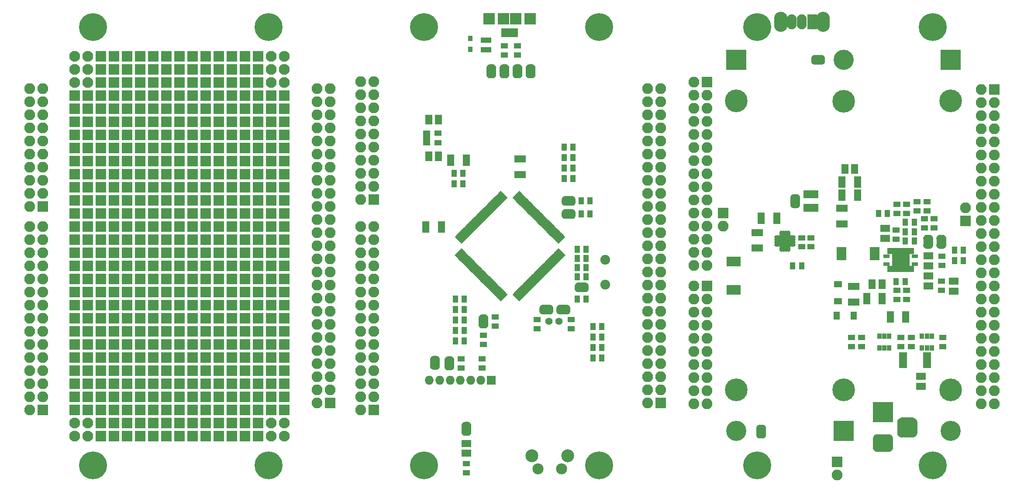
<source format=gbr>
%TF.GenerationSoftware,KiCad,Pcbnew,no-vcs-found-c6d0075~61~ubuntu17.10.1*%
%TF.CreationDate,2018-02-07T09:42:23+01:00*%
%TF.ProjectId,noname,6E6F6E616D652E6B696361645F706362,rev?*%
%TF.SameCoordinates,Original*%
%TF.FileFunction,Soldermask,Top*%
%TF.FilePolarity,Negative*%
%FSLAX46Y46*%
G04 Gerber Fmt 4.6, Leading zero omitted, Abs format (unit mm)*
G04 Created by KiCad (PCBNEW no-vcs-found-c6d0075~61~ubuntu17.10.1) date Wed Feb  7 09:42:23 2018*
%MOMM*%
%LPD*%
G01*
G04 APERTURE LIST*
%ADD10R,2.100000X2.100000*%
%ADD11O,2.100000X2.100000*%
%ADD12R,1.900000X2.900000*%
%ADD13O,1.900000X2.900000*%
%ADD14O,2.600000X3.900000*%
%ADD15C,4.400000*%
%ADD16R,3.900000X3.900000*%
%ADD17C,3.900000*%
%ADD18C,5.400000*%
%ADD19C,1.000000*%
%ADD20R,3.500000X2.450000*%
%ADD21R,1.250000X0.680000*%
%ADD22R,0.680000X1.250000*%
%ADD23C,0.100000*%
%ADD24C,1.400000*%
%ADD25R,1.900000X0.900000*%
%ADD26O,0.700000X1.150000*%
%ADD27O,1.150000X0.700000*%
%ADD28R,2.200000X2.200000*%
%ADD29R,1.050000X1.620000*%
%ADD30R,0.910000X1.100000*%
%ADD31R,1.400000X1.070000*%
%ADD32R,1.070000X1.400000*%
%ADD33R,1.900000X1.370000*%
%ADD34R,1.370000X1.900000*%
%ADD35R,2.200000X1.470000*%
%ADD36R,1.470000X2.200000*%
%ADD37C,3.400000*%
%ADD38R,1.600000X1.300000*%
%ADD39R,1.300000X1.600000*%
%ADD40R,2.800000X1.900000*%
%ADD41R,1.900000X2.600000*%
%ADD42R,0.900000X1.900000*%
%ADD43R,1.570000X3.100000*%
%ADD44C,0.680000*%
%ADD45R,1.460000X1.050000*%
%ADD46O,1.750000X1.750000*%
%ADD47R,1.750000X1.750000*%
%ADD48R,1.000000X0.900000*%
%ADD49R,0.900000X1.000000*%
%ADD50C,2.500000*%
%ADD51C,2.150000*%
%ADD52C,1.900000*%
%ADD53R,0.850000X1.000000*%
%ADD54R,0.800000X1.050000*%
%ADD55R,0.798780X1.746200*%
%ADD56R,0.798780X1.748740*%
%ADD57R,2.297380X2.297380*%
%ADD58C,2.100000*%
G04 APERTURE END LIST*
D10*
%TO.C,J10*%
X190677384Y-51742766D03*
D11*
X190677384Y-54282766D03*
%TD*%
%TO.C,J9*%
X237667384Y-50726766D03*
D10*
X237667384Y-53266766D03*
%TD*%
%TO.C,J8*%
X212775384Y-100002766D03*
D11*
X212775384Y-102542766D03*
%TD*%
D12*
%TO.C,SW1*%
X207949384Y-14658766D03*
D13*
X205949384Y-14658766D03*
X203949384Y-14658766D03*
D14*
X210049384Y-14658766D03*
X201849384Y-14658766D03*
%TD*%
D15*
%TO.C,BT1*%
X193207142Y-86038622D03*
X193207142Y-30038622D03*
D16*
X193207142Y-22038622D03*
D17*
X193207142Y-94038622D03*
%TD*%
D18*
%TO.C,J7*%
X197281384Y-15674766D03*
X231281384Y-15674766D03*
X231281384Y-100674766D03*
X197281384Y-100674766D03*
D11*
X184991384Y-88734766D03*
X187531384Y-88734766D03*
X184991384Y-86194766D03*
X187531384Y-86194766D03*
X184991384Y-83654766D03*
X187531384Y-83654766D03*
X184991384Y-81114766D03*
X187531384Y-81114766D03*
X184991384Y-78574766D03*
X187531384Y-78574766D03*
X184991384Y-76034766D03*
X187531384Y-76034766D03*
X184991384Y-73494766D03*
X187531384Y-73494766D03*
X184991384Y-70954766D03*
X187531384Y-70954766D03*
X184991384Y-68414766D03*
X187531384Y-68414766D03*
X184991384Y-65874766D03*
D10*
X187531384Y-65874766D03*
D11*
X184991384Y-61934766D03*
X187531384Y-61934766D03*
X184991384Y-59394766D03*
X187531384Y-59394766D03*
X184991384Y-56854766D03*
X187531384Y-56854766D03*
X184991384Y-54314766D03*
X187531384Y-54314766D03*
X184991384Y-51774766D03*
X187531384Y-51774766D03*
X184991384Y-49234766D03*
X187531384Y-49234766D03*
X184991384Y-46694766D03*
X187531384Y-46694766D03*
X184991384Y-44154766D03*
X187531384Y-44154766D03*
X184991384Y-41614766D03*
X187531384Y-41614766D03*
X184991384Y-39074766D03*
X187531384Y-39074766D03*
X184991384Y-36534766D03*
X187531384Y-36534766D03*
X184991384Y-33994766D03*
X187531384Y-33994766D03*
X184991384Y-31454766D03*
X187531384Y-31454766D03*
X184991384Y-28914766D03*
X187531384Y-28914766D03*
X184991384Y-26374766D03*
D10*
X187531384Y-26374766D03*
D11*
X240691384Y-88734766D03*
X243231384Y-88734766D03*
X240691384Y-86194766D03*
X243231384Y-86194766D03*
X240691384Y-83654766D03*
X243231384Y-83654766D03*
X240691384Y-81114766D03*
X243231384Y-81114766D03*
X240691384Y-78574766D03*
X243231384Y-78574766D03*
X240691384Y-76034766D03*
X243231384Y-76034766D03*
X240691384Y-73494766D03*
X243231384Y-73494766D03*
X240691384Y-70954766D03*
X243231384Y-70954766D03*
X240691384Y-68414766D03*
X243231384Y-68414766D03*
X240691384Y-65874766D03*
X243231384Y-65874766D03*
X240691384Y-63334766D03*
X243231384Y-63334766D03*
X240691384Y-60794766D03*
X243231384Y-60794766D03*
X240691384Y-58254766D03*
X243231384Y-58254766D03*
X240691384Y-55714766D03*
X243231384Y-55714766D03*
X240691384Y-53174766D03*
X243231384Y-53174766D03*
X240691384Y-50634766D03*
X243231384Y-50634766D03*
X240691384Y-48094766D03*
X243231384Y-48094766D03*
X240691384Y-45554766D03*
X243231384Y-45554766D03*
X240691384Y-43014766D03*
X243231384Y-43014766D03*
X240691384Y-40474766D03*
X243231384Y-40474766D03*
X240691384Y-37934766D03*
X243231384Y-37934766D03*
X240691384Y-35394766D03*
X243231384Y-35394766D03*
X240691384Y-32854766D03*
X243231384Y-32854766D03*
X240691384Y-30314766D03*
X243231384Y-30314766D03*
X240691384Y-27774766D03*
D10*
X243231384Y-27774766D03*
%TD*%
D19*
%TO.C,U1*%
X224094384Y-61386766D03*
X225094384Y-61386766D03*
X226094384Y-61386766D03*
X226094384Y-60386766D03*
X225094384Y-60386766D03*
X224094384Y-60386766D03*
D20*
X225094384Y-60886766D03*
D21*
X227819384Y-61636766D03*
X227819384Y-60136766D03*
X222369384Y-60136766D03*
X222369384Y-61636766D03*
D22*
X227344384Y-62611766D03*
X226844384Y-62611766D03*
X226344384Y-62611766D03*
X225844384Y-62611766D03*
X225344384Y-62611766D03*
X224844384Y-62611766D03*
X224344384Y-62611766D03*
X223844384Y-62611766D03*
X223344384Y-62611766D03*
X222844384Y-62611766D03*
X227344384Y-59161766D03*
X226844384Y-59161766D03*
X226344384Y-59161766D03*
X225844384Y-59161766D03*
X225344384Y-59161766D03*
X224844384Y-59161766D03*
X224344384Y-59161766D03*
X223844384Y-59161766D03*
X223344384Y-59161766D03*
X222844384Y-59161766D03*
%TD*%
D23*
%TO.C,J6*%
G36*
X204965996Y-48110136D02*
X205033947Y-48120215D01*
X205100583Y-48136907D01*
X205165262Y-48160049D01*
X205227362Y-48189420D01*
X205286283Y-48224736D01*
X205341459Y-48265658D01*
X205392359Y-48311790D01*
X205438491Y-48362690D01*
X205479413Y-48417866D01*
X205514729Y-48476787D01*
X205544100Y-48538887D01*
X205567242Y-48603566D01*
X205583934Y-48670202D01*
X205594013Y-48738153D01*
X205597384Y-48806765D01*
X205597384Y-48806767D01*
X205594013Y-48875379D01*
X205583934Y-48943330D01*
X205567242Y-49009966D01*
X205544100Y-49074645D01*
X205514729Y-49136745D01*
X205479413Y-49195666D01*
X205438491Y-49250842D01*
X205392359Y-49301742D01*
X205341459Y-49347874D01*
X205286283Y-49388796D01*
X205227362Y-49424112D01*
X205165262Y-49453483D01*
X205100583Y-49476625D01*
X205033947Y-49493317D01*
X204965996Y-49503396D01*
X204897384Y-49506767D01*
X204397384Y-49506767D01*
X204328772Y-49503396D01*
X204260821Y-49493317D01*
X204194185Y-49476625D01*
X204129506Y-49453483D01*
X204067406Y-49424112D01*
X204008485Y-49388796D01*
X203953309Y-49347874D01*
X203902409Y-49301742D01*
X203856277Y-49250842D01*
X203815355Y-49195666D01*
X203780039Y-49136745D01*
X203750668Y-49074645D01*
X203727526Y-49009966D01*
X203710834Y-48943330D01*
X203700755Y-48875379D01*
X203697384Y-48806767D01*
X203697384Y-48806765D01*
X203700755Y-48738153D01*
X203710834Y-48670202D01*
X203727526Y-48603566D01*
X203750668Y-48538887D01*
X203780039Y-48476787D01*
X203815355Y-48417866D01*
X203856277Y-48362690D01*
X203902409Y-48311790D01*
X203953309Y-48265658D01*
X204008485Y-48224736D01*
X204067406Y-48189420D01*
X204129506Y-48160049D01*
X204194185Y-48136907D01*
X204260821Y-48120215D01*
X204328772Y-48110136D01*
X204397384Y-48106765D01*
X204897384Y-48106765D01*
X204965996Y-48110136D01*
X204965996Y-48110136D01*
G37*
D24*
X204647384Y-48806766D03*
D23*
G36*
X204965996Y-49410136D02*
X205033947Y-49420215D01*
X205100583Y-49436907D01*
X205165262Y-49460049D01*
X205227362Y-49489420D01*
X205286283Y-49524736D01*
X205341459Y-49565658D01*
X205392359Y-49611790D01*
X205438491Y-49662690D01*
X205479413Y-49717866D01*
X205514729Y-49776787D01*
X205544100Y-49838887D01*
X205567242Y-49903566D01*
X205583934Y-49970202D01*
X205594013Y-50038153D01*
X205597384Y-50106765D01*
X205597384Y-50106767D01*
X205594013Y-50175379D01*
X205583934Y-50243330D01*
X205567242Y-50309966D01*
X205544100Y-50374645D01*
X205514729Y-50436745D01*
X205479413Y-50495666D01*
X205438491Y-50550842D01*
X205392359Y-50601742D01*
X205341459Y-50647874D01*
X205286283Y-50688796D01*
X205227362Y-50724112D01*
X205165262Y-50753483D01*
X205100583Y-50776625D01*
X205033947Y-50793317D01*
X204965996Y-50803396D01*
X204897384Y-50806767D01*
X204397384Y-50806767D01*
X204328772Y-50803396D01*
X204260821Y-50793317D01*
X204194185Y-50776625D01*
X204129506Y-50753483D01*
X204067406Y-50724112D01*
X204008485Y-50688796D01*
X203953309Y-50647874D01*
X203902409Y-50601742D01*
X203856277Y-50550842D01*
X203815355Y-50495666D01*
X203780039Y-50436745D01*
X203750668Y-50374645D01*
X203727526Y-50309966D01*
X203710834Y-50243330D01*
X203700755Y-50175379D01*
X203697384Y-50106767D01*
X203697384Y-50106765D01*
X203700755Y-50038153D01*
X203710834Y-49970202D01*
X203727526Y-49903566D01*
X203750668Y-49838887D01*
X203780039Y-49776787D01*
X203815355Y-49717866D01*
X203856277Y-49662690D01*
X203902409Y-49611790D01*
X203953309Y-49565658D01*
X204008485Y-49524736D01*
X204067406Y-49489420D01*
X204129506Y-49460049D01*
X204194185Y-49436907D01*
X204260821Y-49420215D01*
X204328772Y-49410136D01*
X204397384Y-49406765D01*
X204897384Y-49406765D01*
X204965996Y-49410136D01*
X204965996Y-49410136D01*
G37*
D24*
X204647384Y-50106766D03*
D25*
X204647384Y-49856766D03*
X204647384Y-49056766D03*
%TD*%
D15*
%TO.C,BT3*%
X234792143Y-86038622D03*
X234792143Y-30038622D03*
D16*
X234792143Y-22038622D03*
D17*
X234792143Y-94038622D03*
%TD*%
D15*
%TO.C,BT2*%
X214035142Y-30051621D03*
X214035142Y-86051621D03*
D16*
X214035142Y-94051621D03*
D17*
X214035142Y-22051621D03*
%TD*%
D26*
%TO.C,U2*%
X201909046Y-58677707D03*
X202409046Y-58677707D03*
X202909046Y-58677707D03*
X203409046Y-58677707D03*
D27*
X204134046Y-57952707D03*
X204134046Y-57452707D03*
X204134046Y-56952707D03*
X204134046Y-56452707D03*
D26*
X203409046Y-55727707D03*
X202909046Y-55727707D03*
X202409046Y-55727707D03*
X201909046Y-55727707D03*
D27*
X201184046Y-56452707D03*
X201184046Y-56952707D03*
X201184046Y-57452707D03*
X201184046Y-57952707D03*
D28*
X202659046Y-57202707D03*
%TD*%
D29*
%TO.C,Q3*%
X208645384Y-48146766D03*
X207695384Y-48146766D03*
X206745384Y-48146766D03*
X206745384Y-50766766D03*
X207695384Y-50766766D03*
X208645384Y-50766766D03*
%TD*%
D30*
%TO.C,Q1*%
X220969384Y-77921766D03*
X221919384Y-77921766D03*
X222869384Y-77921766D03*
X222869384Y-75601766D03*
X221919384Y-75601766D03*
X220969384Y-75601766D03*
%TD*%
%TO.C,Q2*%
X229224384Y-75601766D03*
X230174384Y-75601766D03*
X231124384Y-75601766D03*
X231124384Y-77921766D03*
X230174384Y-77921766D03*
X229224384Y-77921766D03*
%TD*%
D31*
%TO.C,C19*%
X217474384Y-75886766D03*
X217474384Y-77636766D03*
%TD*%
%TO.C,C3*%
X233095384Y-61888766D03*
X233095384Y-60138766D03*
%TD*%
D32*
%TO.C,C5*%
X222540384Y-51869766D03*
X220790384Y-51869766D03*
%TD*%
%TO.C,C7*%
X227747384Y-55425766D03*
X225997384Y-55425766D03*
%TD*%
%TO.C,C8*%
X227747384Y-57203766D03*
X225997384Y-57203766D03*
%TD*%
D31*
%TO.C,C12*%
X224332384Y-66760793D03*
X224332384Y-68510793D03*
%TD*%
%TO.C,C13*%
X226237384Y-66742766D03*
X226237384Y-68492766D03*
%TD*%
%TO.C,C20*%
X225094384Y-75886766D03*
X225094384Y-77636766D03*
%TD*%
%TO.C,C15*%
X207695384Y-58313766D03*
X207695384Y-56563766D03*
%TD*%
%TO.C,C16*%
X205917384Y-58313766D03*
X205917384Y-56563766D03*
%TD*%
D32*
%TO.C,C18*%
X225997384Y-53520766D03*
X227747384Y-53520766D03*
%TD*%
%TO.C,C11*%
X225969384Y-65077766D03*
X224219384Y-65077766D03*
%TD*%
D33*
%TO.C,Cin1*%
X229031384Y-85336766D03*
X229031384Y-83426766D03*
%TD*%
%TO.C,C1*%
X230428384Y-63995766D03*
X230428384Y-65905766D03*
%TD*%
%TO.C,C2*%
X230428384Y-60058766D03*
X230428384Y-61968766D03*
%TD*%
%TO.C,C6*%
X222046384Y-54724766D03*
X222046384Y-56634766D03*
%TD*%
D34*
%TO.C,C21*%
X221477384Y-65585766D03*
X219567384Y-65585766D03*
%TD*%
%TO.C,C22*%
X216171894Y-43215578D03*
X214261894Y-43215578D03*
%TD*%
D35*
%TO.C,C17*%
X197281384Y-58562766D03*
X197281384Y-55552766D03*
%TD*%
D36*
%TO.C,C10*%
X213711894Y-45755578D03*
X216721894Y-45755578D03*
%TD*%
%TO.C,C9*%
X216721894Y-48295578D03*
X213711894Y-48295578D03*
%TD*%
%TO.C,C4*%
X221519384Y-68379766D03*
X218509384Y-68379766D03*
%TD*%
%TO.C,C14*%
X198062384Y-52739766D03*
X201072384Y-52739766D03*
%TD*%
D16*
%TO.C,J1*%
X221665384Y-90350766D03*
D23*
G36*
X222848699Y-94654859D02*
X222931211Y-94667099D01*
X223012126Y-94687367D01*
X223090665Y-94715468D01*
X223166071Y-94751133D01*
X223237619Y-94794017D01*
X223304618Y-94843707D01*
X223366425Y-94899725D01*
X223422443Y-94961532D01*
X223472133Y-95028531D01*
X223515017Y-95100079D01*
X223550682Y-95175485D01*
X223578783Y-95254024D01*
X223599051Y-95334939D01*
X223611291Y-95417451D01*
X223615384Y-95500766D01*
X223615384Y-97200766D01*
X223611291Y-97284081D01*
X223599051Y-97366593D01*
X223578783Y-97447508D01*
X223550682Y-97526047D01*
X223515017Y-97601453D01*
X223472133Y-97673001D01*
X223422443Y-97740000D01*
X223366425Y-97801807D01*
X223304618Y-97857825D01*
X223237619Y-97907515D01*
X223166071Y-97950399D01*
X223090665Y-97986064D01*
X223012126Y-98014165D01*
X222931211Y-98034433D01*
X222848699Y-98046673D01*
X222765384Y-98050766D01*
X220565384Y-98050766D01*
X220482069Y-98046673D01*
X220399557Y-98034433D01*
X220318642Y-98014165D01*
X220240103Y-97986064D01*
X220164697Y-97950399D01*
X220093149Y-97907515D01*
X220026150Y-97857825D01*
X219964343Y-97801807D01*
X219908325Y-97740000D01*
X219858635Y-97673001D01*
X219815751Y-97601453D01*
X219780086Y-97526047D01*
X219751985Y-97447508D01*
X219731717Y-97366593D01*
X219719477Y-97284081D01*
X219715384Y-97200766D01*
X219715384Y-95500766D01*
X219719477Y-95417451D01*
X219731717Y-95334939D01*
X219751985Y-95254024D01*
X219780086Y-95175485D01*
X219815751Y-95100079D01*
X219858635Y-95028531D01*
X219908325Y-94961532D01*
X219964343Y-94899725D01*
X220026150Y-94843707D01*
X220093149Y-94794017D01*
X220164697Y-94751133D01*
X220240103Y-94715468D01*
X220318642Y-94687367D01*
X220399557Y-94667099D01*
X220482069Y-94654859D01*
X220565384Y-94650766D01*
X222765384Y-94650766D01*
X222848699Y-94654859D01*
X222848699Y-94654859D01*
G37*
D37*
X221665384Y-96350766D03*
D23*
G36*
X227435951Y-91405461D02*
X227530597Y-91419500D01*
X227623412Y-91442749D01*
X227713500Y-91474983D01*
X227799996Y-91515893D01*
X227882065Y-91565083D01*
X227958917Y-91622081D01*
X228029813Y-91686337D01*
X228094069Y-91757233D01*
X228151067Y-91834085D01*
X228200257Y-91916154D01*
X228241167Y-92002650D01*
X228273401Y-92092738D01*
X228296650Y-92185553D01*
X228310689Y-92280199D01*
X228315384Y-92375766D01*
X228315384Y-94325766D01*
X228310689Y-94421333D01*
X228296650Y-94515979D01*
X228273401Y-94608794D01*
X228241167Y-94698882D01*
X228200257Y-94785378D01*
X228151067Y-94867447D01*
X228094069Y-94944299D01*
X228029813Y-95015195D01*
X227958917Y-95079451D01*
X227882065Y-95136449D01*
X227799996Y-95185639D01*
X227713500Y-95226549D01*
X227623412Y-95258783D01*
X227530597Y-95282032D01*
X227435951Y-95296071D01*
X227340384Y-95300766D01*
X225390384Y-95300766D01*
X225294817Y-95296071D01*
X225200171Y-95282032D01*
X225107356Y-95258783D01*
X225017268Y-95226549D01*
X224930772Y-95185639D01*
X224848703Y-95136449D01*
X224771851Y-95079451D01*
X224700955Y-95015195D01*
X224636699Y-94944299D01*
X224579701Y-94867447D01*
X224530511Y-94785378D01*
X224489601Y-94698882D01*
X224457367Y-94608794D01*
X224434118Y-94515979D01*
X224420079Y-94421333D01*
X224415384Y-94325766D01*
X224415384Y-92375766D01*
X224420079Y-92280199D01*
X224434118Y-92185553D01*
X224457367Y-92092738D01*
X224489601Y-92002650D01*
X224530511Y-91916154D01*
X224579701Y-91834085D01*
X224636699Y-91757233D01*
X224700955Y-91686337D01*
X224771851Y-91622081D01*
X224848703Y-91565083D01*
X224930772Y-91515893D01*
X225017268Y-91474983D01*
X225107356Y-91442749D01*
X225200171Y-91419500D01*
X225294817Y-91405461D01*
X225390384Y-91400766D01*
X227340384Y-91400766D01*
X227435951Y-91405461D01*
X227435951Y-91405461D01*
G37*
D17*
X226365384Y-93350766D03*
%TD*%
D33*
%TO.C,D3*%
X235381384Y-65011766D03*
X235381384Y-66921766D03*
%TD*%
D38*
%TO.C,D2*%
X212902384Y-65586766D03*
X212902384Y-68886766D03*
%TD*%
D39*
%TO.C,D1*%
X215949384Y-71681766D03*
X212649384Y-71681766D03*
%TD*%
D40*
%TO.C,L2*%
X192709384Y-61165766D03*
X192709384Y-66665766D03*
%TD*%
D41*
%TO.C,L1*%
X220039384Y-59616766D03*
X213639384Y-59616766D03*
%TD*%
D25*
%TO.C,J2*%
X232968384Y-56930766D03*
X232968384Y-57730766D03*
D23*
G36*
X233286996Y-57284136D02*
X233354947Y-57294215D01*
X233421583Y-57310907D01*
X233486262Y-57334049D01*
X233548362Y-57363420D01*
X233607283Y-57398736D01*
X233662459Y-57439658D01*
X233713359Y-57485790D01*
X233759491Y-57536690D01*
X233800413Y-57591866D01*
X233835729Y-57650787D01*
X233865100Y-57712887D01*
X233888242Y-57777566D01*
X233904934Y-57844202D01*
X233915013Y-57912153D01*
X233918384Y-57980765D01*
X233918384Y-57980767D01*
X233915013Y-58049379D01*
X233904934Y-58117330D01*
X233888242Y-58183966D01*
X233865100Y-58248645D01*
X233835729Y-58310745D01*
X233800413Y-58369666D01*
X233759491Y-58424842D01*
X233713359Y-58475742D01*
X233662459Y-58521874D01*
X233607283Y-58562796D01*
X233548362Y-58598112D01*
X233486262Y-58627483D01*
X233421583Y-58650625D01*
X233354947Y-58667317D01*
X233286996Y-58677396D01*
X233218384Y-58680767D01*
X232718384Y-58680767D01*
X232649772Y-58677396D01*
X232581821Y-58667317D01*
X232515185Y-58650625D01*
X232450506Y-58627483D01*
X232388406Y-58598112D01*
X232329485Y-58562796D01*
X232274309Y-58521874D01*
X232223409Y-58475742D01*
X232177277Y-58424842D01*
X232136355Y-58369666D01*
X232101039Y-58310745D01*
X232071668Y-58248645D01*
X232048526Y-58183966D01*
X232031834Y-58117330D01*
X232021755Y-58049379D01*
X232018384Y-57980767D01*
X232018384Y-57980765D01*
X232021755Y-57912153D01*
X232031834Y-57844202D01*
X232048526Y-57777566D01*
X232071668Y-57712887D01*
X232101039Y-57650787D01*
X232136355Y-57591866D01*
X232177277Y-57536690D01*
X232223409Y-57485790D01*
X232274309Y-57439658D01*
X232329485Y-57398736D01*
X232388406Y-57363420D01*
X232450506Y-57334049D01*
X232515185Y-57310907D01*
X232581821Y-57294215D01*
X232649772Y-57284136D01*
X232718384Y-57280765D01*
X233218384Y-57280765D01*
X233286996Y-57284136D01*
X233286996Y-57284136D01*
G37*
D24*
X232968384Y-57980766D03*
D23*
G36*
X233286996Y-55984136D02*
X233354947Y-55994215D01*
X233421583Y-56010907D01*
X233486262Y-56034049D01*
X233548362Y-56063420D01*
X233607283Y-56098736D01*
X233662459Y-56139658D01*
X233713359Y-56185790D01*
X233759491Y-56236690D01*
X233800413Y-56291866D01*
X233835729Y-56350787D01*
X233865100Y-56412887D01*
X233888242Y-56477566D01*
X233904934Y-56544202D01*
X233915013Y-56612153D01*
X233918384Y-56680765D01*
X233918384Y-56680767D01*
X233915013Y-56749379D01*
X233904934Y-56817330D01*
X233888242Y-56883966D01*
X233865100Y-56948645D01*
X233835729Y-57010745D01*
X233800413Y-57069666D01*
X233759491Y-57124842D01*
X233713359Y-57175742D01*
X233662459Y-57221874D01*
X233607283Y-57262796D01*
X233548362Y-57298112D01*
X233486262Y-57327483D01*
X233421583Y-57350625D01*
X233354947Y-57367317D01*
X233286996Y-57377396D01*
X233218384Y-57380767D01*
X232718384Y-57380767D01*
X232649772Y-57377396D01*
X232581821Y-57367317D01*
X232515185Y-57350625D01*
X232450506Y-57327483D01*
X232388406Y-57298112D01*
X232329485Y-57262796D01*
X232274309Y-57221874D01*
X232223409Y-57175742D01*
X232177277Y-57124842D01*
X232136355Y-57069666D01*
X232101039Y-57010745D01*
X232071668Y-56948645D01*
X232048526Y-56883966D01*
X232031834Y-56817330D01*
X232021755Y-56749379D01*
X232018384Y-56680767D01*
X232018384Y-56680765D01*
X232021755Y-56612153D01*
X232031834Y-56544202D01*
X232048526Y-56477566D01*
X232071668Y-56412887D01*
X232101039Y-56350787D01*
X232136355Y-56291866D01*
X232177277Y-56236690D01*
X232223409Y-56185790D01*
X232274309Y-56139658D01*
X232329485Y-56098736D01*
X232388406Y-56063420D01*
X232450506Y-56034049D01*
X232515185Y-56010907D01*
X232581821Y-55994215D01*
X232649772Y-55984136D01*
X232718384Y-55980765D01*
X233218384Y-55980765D01*
X233286996Y-55984136D01*
X233286996Y-55984136D01*
G37*
D24*
X232968384Y-56680766D03*
%TD*%
D23*
%TO.C,J3*%
G36*
X230746996Y-57284136D02*
X230814947Y-57294215D01*
X230881583Y-57310907D01*
X230946262Y-57334049D01*
X231008362Y-57363420D01*
X231067283Y-57398736D01*
X231122459Y-57439658D01*
X231173359Y-57485790D01*
X231219491Y-57536690D01*
X231260413Y-57591866D01*
X231295729Y-57650787D01*
X231325100Y-57712887D01*
X231348242Y-57777566D01*
X231364934Y-57844202D01*
X231375013Y-57912153D01*
X231378384Y-57980765D01*
X231378384Y-57980767D01*
X231375013Y-58049379D01*
X231364934Y-58117330D01*
X231348242Y-58183966D01*
X231325100Y-58248645D01*
X231295729Y-58310745D01*
X231260413Y-58369666D01*
X231219491Y-58424842D01*
X231173359Y-58475742D01*
X231122459Y-58521874D01*
X231067283Y-58562796D01*
X231008362Y-58598112D01*
X230946262Y-58627483D01*
X230881583Y-58650625D01*
X230814947Y-58667317D01*
X230746996Y-58677396D01*
X230678384Y-58680767D01*
X230178384Y-58680767D01*
X230109772Y-58677396D01*
X230041821Y-58667317D01*
X229975185Y-58650625D01*
X229910506Y-58627483D01*
X229848406Y-58598112D01*
X229789485Y-58562796D01*
X229734309Y-58521874D01*
X229683409Y-58475742D01*
X229637277Y-58424842D01*
X229596355Y-58369666D01*
X229561039Y-58310745D01*
X229531668Y-58248645D01*
X229508526Y-58183966D01*
X229491834Y-58117330D01*
X229481755Y-58049379D01*
X229478384Y-57980767D01*
X229478384Y-57980765D01*
X229481755Y-57912153D01*
X229491834Y-57844202D01*
X229508526Y-57777566D01*
X229531668Y-57712887D01*
X229561039Y-57650787D01*
X229596355Y-57591866D01*
X229637277Y-57536690D01*
X229683409Y-57485790D01*
X229734309Y-57439658D01*
X229789485Y-57398736D01*
X229848406Y-57363420D01*
X229910506Y-57334049D01*
X229975185Y-57310907D01*
X230041821Y-57294215D01*
X230109772Y-57284136D01*
X230178384Y-57280765D01*
X230678384Y-57280765D01*
X230746996Y-57284136D01*
X230746996Y-57284136D01*
G37*
D24*
X230428384Y-57980766D03*
D23*
G36*
X230746996Y-55984136D02*
X230814947Y-55994215D01*
X230881583Y-56010907D01*
X230946262Y-56034049D01*
X231008362Y-56063420D01*
X231067283Y-56098736D01*
X231122459Y-56139658D01*
X231173359Y-56185790D01*
X231219491Y-56236690D01*
X231260413Y-56291866D01*
X231295729Y-56350787D01*
X231325100Y-56412887D01*
X231348242Y-56477566D01*
X231364934Y-56544202D01*
X231375013Y-56612153D01*
X231378384Y-56680765D01*
X231378384Y-56680767D01*
X231375013Y-56749379D01*
X231364934Y-56817330D01*
X231348242Y-56883966D01*
X231325100Y-56948645D01*
X231295729Y-57010745D01*
X231260413Y-57069666D01*
X231219491Y-57124842D01*
X231173359Y-57175742D01*
X231122459Y-57221874D01*
X231067283Y-57262796D01*
X231008362Y-57298112D01*
X230946262Y-57327483D01*
X230881583Y-57350625D01*
X230814947Y-57367317D01*
X230746996Y-57377396D01*
X230678384Y-57380767D01*
X230178384Y-57380767D01*
X230109772Y-57377396D01*
X230041821Y-57367317D01*
X229975185Y-57350625D01*
X229910506Y-57327483D01*
X229848406Y-57298112D01*
X229789485Y-57262796D01*
X229734309Y-57221874D01*
X229683409Y-57175742D01*
X229637277Y-57124842D01*
X229596355Y-57069666D01*
X229561039Y-57010745D01*
X229531668Y-56948645D01*
X229508526Y-56883966D01*
X229491834Y-56817330D01*
X229481755Y-56749379D01*
X229478384Y-56680767D01*
X229478384Y-56680765D01*
X229481755Y-56612153D01*
X229491834Y-56544202D01*
X229508526Y-56477566D01*
X229531668Y-56412887D01*
X229561039Y-56350787D01*
X229596355Y-56291866D01*
X229637277Y-56236690D01*
X229683409Y-56185790D01*
X229734309Y-56139658D01*
X229789485Y-56098736D01*
X229848406Y-56063420D01*
X229910506Y-56034049D01*
X229975185Y-56010907D01*
X230041821Y-55994215D01*
X230109772Y-55984136D01*
X230178384Y-55980765D01*
X230678384Y-55980765D01*
X230746996Y-55984136D01*
X230746996Y-55984136D01*
G37*
D24*
X230428384Y-56680766D03*
D25*
X230428384Y-56930766D03*
X230428384Y-57730766D03*
%TD*%
%TO.C,J4*%
X198043384Y-94541766D03*
X198043384Y-93741766D03*
D23*
G36*
X198361996Y-92795136D02*
X198429947Y-92805215D01*
X198496583Y-92821907D01*
X198561262Y-92845049D01*
X198623362Y-92874420D01*
X198682283Y-92909736D01*
X198737459Y-92950658D01*
X198788359Y-92996790D01*
X198834491Y-93047690D01*
X198875413Y-93102866D01*
X198910729Y-93161787D01*
X198940100Y-93223887D01*
X198963242Y-93288566D01*
X198979934Y-93355202D01*
X198990013Y-93423153D01*
X198993384Y-93491765D01*
X198993384Y-93491767D01*
X198990013Y-93560379D01*
X198979934Y-93628330D01*
X198963242Y-93694966D01*
X198940100Y-93759645D01*
X198910729Y-93821745D01*
X198875413Y-93880666D01*
X198834491Y-93935842D01*
X198788359Y-93986742D01*
X198737459Y-94032874D01*
X198682283Y-94073796D01*
X198623362Y-94109112D01*
X198561262Y-94138483D01*
X198496583Y-94161625D01*
X198429947Y-94178317D01*
X198361996Y-94188396D01*
X198293384Y-94191767D01*
X197793384Y-94191767D01*
X197724772Y-94188396D01*
X197656821Y-94178317D01*
X197590185Y-94161625D01*
X197525506Y-94138483D01*
X197463406Y-94109112D01*
X197404485Y-94073796D01*
X197349309Y-94032874D01*
X197298409Y-93986742D01*
X197252277Y-93935842D01*
X197211355Y-93880666D01*
X197176039Y-93821745D01*
X197146668Y-93759645D01*
X197123526Y-93694966D01*
X197106834Y-93628330D01*
X197096755Y-93560379D01*
X197093384Y-93491767D01*
X197093384Y-93491765D01*
X197096755Y-93423153D01*
X197106834Y-93355202D01*
X197123526Y-93288566D01*
X197146668Y-93223887D01*
X197176039Y-93161787D01*
X197211355Y-93102866D01*
X197252277Y-93047690D01*
X197298409Y-92996790D01*
X197349309Y-92950658D01*
X197404485Y-92909736D01*
X197463406Y-92874420D01*
X197525506Y-92845049D01*
X197590185Y-92821907D01*
X197656821Y-92805215D01*
X197724772Y-92795136D01*
X197793384Y-92791765D01*
X198293384Y-92791765D01*
X198361996Y-92795136D01*
X198361996Y-92795136D01*
G37*
D24*
X198043384Y-93491766D03*
D23*
G36*
X198361996Y-94095136D02*
X198429947Y-94105215D01*
X198496583Y-94121907D01*
X198561262Y-94145049D01*
X198623362Y-94174420D01*
X198682283Y-94209736D01*
X198737459Y-94250658D01*
X198788359Y-94296790D01*
X198834491Y-94347690D01*
X198875413Y-94402866D01*
X198910729Y-94461787D01*
X198940100Y-94523887D01*
X198963242Y-94588566D01*
X198979934Y-94655202D01*
X198990013Y-94723153D01*
X198993384Y-94791765D01*
X198993384Y-94791767D01*
X198990013Y-94860379D01*
X198979934Y-94928330D01*
X198963242Y-94994966D01*
X198940100Y-95059645D01*
X198910729Y-95121745D01*
X198875413Y-95180666D01*
X198834491Y-95235842D01*
X198788359Y-95286742D01*
X198737459Y-95332874D01*
X198682283Y-95373796D01*
X198623362Y-95409112D01*
X198561262Y-95438483D01*
X198496583Y-95461625D01*
X198429947Y-95478317D01*
X198361996Y-95488396D01*
X198293384Y-95491767D01*
X197793384Y-95491767D01*
X197724772Y-95488396D01*
X197656821Y-95478317D01*
X197590185Y-95461625D01*
X197525506Y-95438483D01*
X197463406Y-95409112D01*
X197404485Y-95373796D01*
X197349309Y-95332874D01*
X197298409Y-95286742D01*
X197252277Y-95235842D01*
X197211355Y-95180666D01*
X197176039Y-95121745D01*
X197146668Y-95059645D01*
X197123526Y-94994966D01*
X197106834Y-94928330D01*
X197096755Y-94860379D01*
X197093384Y-94791767D01*
X197093384Y-94791765D01*
X197096755Y-94723153D01*
X197106834Y-94655202D01*
X197123526Y-94588566D01*
X197146668Y-94523887D01*
X197176039Y-94461787D01*
X197211355Y-94402866D01*
X197252277Y-94347690D01*
X197298409Y-94296790D01*
X197349309Y-94250658D01*
X197404485Y-94209736D01*
X197463406Y-94174420D01*
X197525506Y-94145049D01*
X197590185Y-94121907D01*
X197656821Y-94105215D01*
X197724772Y-94095136D01*
X197793384Y-94091765D01*
X198293384Y-94091765D01*
X198361996Y-94095136D01*
X198361996Y-94095136D01*
G37*
D24*
X198043384Y-94791766D03*
%TD*%
D23*
%TO.C,J5*%
G36*
X208510997Y-21078137D02*
X208578948Y-21088216D01*
X208645584Y-21104908D01*
X208710263Y-21128050D01*
X208772363Y-21157421D01*
X208831284Y-21192737D01*
X208886460Y-21233659D01*
X208937360Y-21279791D01*
X208983492Y-21330691D01*
X209024414Y-21385867D01*
X209059730Y-21444788D01*
X209089101Y-21506888D01*
X209112243Y-21571567D01*
X209128935Y-21638203D01*
X209139014Y-21706154D01*
X209142385Y-21774766D01*
X209142385Y-22274766D01*
X209139014Y-22343378D01*
X209128935Y-22411329D01*
X209112243Y-22477965D01*
X209089101Y-22542644D01*
X209059730Y-22604744D01*
X209024414Y-22663665D01*
X208983492Y-22718841D01*
X208937360Y-22769741D01*
X208886460Y-22815873D01*
X208831284Y-22856795D01*
X208772363Y-22892111D01*
X208710263Y-22921482D01*
X208645584Y-22944624D01*
X208578948Y-22961316D01*
X208510997Y-22971395D01*
X208442385Y-22974766D01*
X208442383Y-22974766D01*
X208373771Y-22971395D01*
X208305820Y-22961316D01*
X208239184Y-22944624D01*
X208174505Y-22921482D01*
X208112405Y-22892111D01*
X208053484Y-22856795D01*
X207998308Y-22815873D01*
X207947408Y-22769741D01*
X207901276Y-22718841D01*
X207860354Y-22663665D01*
X207825038Y-22604744D01*
X207795667Y-22542644D01*
X207772525Y-22477965D01*
X207755833Y-22411329D01*
X207745754Y-22343378D01*
X207742383Y-22274766D01*
X207742383Y-21774766D01*
X207745754Y-21706154D01*
X207755833Y-21638203D01*
X207772525Y-21571567D01*
X207795667Y-21506888D01*
X207825038Y-21444788D01*
X207860354Y-21385867D01*
X207901276Y-21330691D01*
X207947408Y-21279791D01*
X207998308Y-21233659D01*
X208053484Y-21192737D01*
X208112405Y-21157421D01*
X208174505Y-21128050D01*
X208239184Y-21104908D01*
X208305820Y-21088216D01*
X208373771Y-21078137D01*
X208442383Y-21074766D01*
X208442385Y-21074766D01*
X208510997Y-21078137D01*
X208510997Y-21078137D01*
G37*
D24*
X208442384Y-22024766D03*
D23*
G36*
X209810997Y-21078137D02*
X209878948Y-21088216D01*
X209945584Y-21104908D01*
X210010263Y-21128050D01*
X210072363Y-21157421D01*
X210131284Y-21192737D01*
X210186460Y-21233659D01*
X210237360Y-21279791D01*
X210283492Y-21330691D01*
X210324414Y-21385867D01*
X210359730Y-21444788D01*
X210389101Y-21506888D01*
X210412243Y-21571567D01*
X210428935Y-21638203D01*
X210439014Y-21706154D01*
X210442385Y-21774766D01*
X210442385Y-22274766D01*
X210439014Y-22343378D01*
X210428935Y-22411329D01*
X210412243Y-22477965D01*
X210389101Y-22542644D01*
X210359730Y-22604744D01*
X210324414Y-22663665D01*
X210283492Y-22718841D01*
X210237360Y-22769741D01*
X210186460Y-22815873D01*
X210131284Y-22856795D01*
X210072363Y-22892111D01*
X210010263Y-22921482D01*
X209945584Y-22944624D01*
X209878948Y-22961316D01*
X209810997Y-22971395D01*
X209742385Y-22974766D01*
X209742383Y-22974766D01*
X209673771Y-22971395D01*
X209605820Y-22961316D01*
X209539184Y-22944624D01*
X209474505Y-22921482D01*
X209412405Y-22892111D01*
X209353484Y-22856795D01*
X209298308Y-22815873D01*
X209247408Y-22769741D01*
X209201276Y-22718841D01*
X209160354Y-22663665D01*
X209125038Y-22604744D01*
X209095667Y-22542644D01*
X209072525Y-22477965D01*
X209055833Y-22411329D01*
X209045754Y-22343378D01*
X209042383Y-22274766D01*
X209042383Y-21774766D01*
X209045754Y-21706154D01*
X209055833Y-21638203D01*
X209072525Y-21571567D01*
X209095667Y-21506888D01*
X209125038Y-21444788D01*
X209160354Y-21385867D01*
X209201276Y-21330691D01*
X209247408Y-21279791D01*
X209298308Y-21233659D01*
X209353484Y-21192737D01*
X209412405Y-21157421D01*
X209474505Y-21128050D01*
X209539184Y-21104908D01*
X209605820Y-21088216D01*
X209673771Y-21078137D01*
X209742383Y-21074766D01*
X209742385Y-21074766D01*
X209810997Y-21078137D01*
X209810997Y-21078137D01*
G37*
D24*
X209742384Y-22024766D03*
D42*
X209492384Y-22024766D03*
X208692384Y-22024766D03*
%TD*%
D32*
%TO.C,R8*%
X237272384Y-58981766D03*
X235522384Y-58981766D03*
%TD*%
D31*
%TO.C,R2*%
X231571384Y-52899766D03*
X231571384Y-54649766D03*
%TD*%
%TO.C,R3*%
X229666384Y-54649766D03*
X229666384Y-52899766D03*
%TD*%
%TO.C,R4*%
X230174384Y-49597766D03*
X230174384Y-51347766D03*
%TD*%
%TO.C,R5*%
X228269384Y-51347766D03*
X228269384Y-49597766D03*
%TD*%
%TO.C,R6*%
X226237384Y-51855766D03*
X226237384Y-50105766D03*
%TD*%
%TO.C,R7*%
X224332384Y-50105766D03*
X224332384Y-51855766D03*
%TD*%
D32*
%TO.C,R9*%
X235522384Y-61013766D03*
X237272384Y-61013766D03*
%TD*%
D31*
%TO.C,R11*%
X215569384Y-75886766D03*
X215569384Y-77636766D03*
%TD*%
%TO.C,R12*%
X233222384Y-77636766D03*
X233222384Y-75886766D03*
%TD*%
D32*
%TO.C,R13*%
X205903384Y-62029766D03*
X204153384Y-62029766D03*
%TD*%
D31*
%TO.C,R14*%
X224205384Y-56808766D03*
X224205384Y-55058766D03*
%TD*%
%TO.C,R15*%
X227126384Y-77636766D03*
X227126384Y-75886766D03*
%TD*%
%TO.C,R10*%
X232968384Y-66714766D03*
X232968384Y-64964766D03*
%TD*%
D35*
%TO.C,R1*%
X215950384Y-65985766D03*
X215950384Y-68995766D03*
%TD*%
D36*
%TO.C,Rac1*%
X226091384Y-71935766D03*
X223081384Y-71935766D03*
%TD*%
D35*
%TO.C,Rsr1*%
X213664384Y-50872766D03*
X213664384Y-53882766D03*
%TD*%
D43*
%TO.C,Rin1*%
X225533384Y-80317766D03*
X230243384Y-80317766D03*
%TD*%
D10*
%TO.C,J2*%
X178608384Y-88573234D03*
D11*
X176068384Y-88573234D03*
X178608384Y-86033234D03*
X176068384Y-86033234D03*
X178608384Y-83493234D03*
X176068384Y-83493234D03*
X178608384Y-80953234D03*
X176068384Y-80953234D03*
X178608384Y-78413234D03*
X176068384Y-78413234D03*
X178608384Y-75873234D03*
X176068384Y-75873234D03*
X178608384Y-73333234D03*
X176068384Y-73333234D03*
X178608384Y-70793234D03*
X176068384Y-70793234D03*
X178608384Y-68253234D03*
X176068384Y-68253234D03*
X178608384Y-65713234D03*
X176068384Y-65713234D03*
X178608384Y-63173234D03*
X176068384Y-63173234D03*
X178608384Y-60633234D03*
X176068384Y-60633234D03*
X178608384Y-58093234D03*
X176068384Y-58093234D03*
X178608384Y-55553234D03*
X176068384Y-55553234D03*
X178608384Y-53013234D03*
X176068384Y-53013234D03*
X178608384Y-50473234D03*
X176068384Y-50473234D03*
X178608384Y-47933234D03*
X176068384Y-47933234D03*
X178608384Y-45393234D03*
X176068384Y-45393234D03*
X178608384Y-42853234D03*
X176068384Y-42853234D03*
X178608384Y-40313234D03*
X176068384Y-40313234D03*
X178608384Y-37773234D03*
X176068384Y-37773234D03*
X178608384Y-35233234D03*
X176068384Y-35233234D03*
X178608384Y-32693234D03*
X176068384Y-32693234D03*
X178608384Y-30153234D03*
X176068384Y-30153234D03*
X178608384Y-27613234D03*
X176068384Y-27613234D03*
D10*
X122908384Y-89973234D03*
D11*
X120368384Y-89973234D03*
X122908384Y-87433234D03*
X120368384Y-87433234D03*
X122908384Y-84893234D03*
X120368384Y-84893234D03*
X122908384Y-82353234D03*
X120368384Y-82353234D03*
X122908384Y-79813234D03*
X120368384Y-79813234D03*
X122908384Y-77273234D03*
X120368384Y-77273234D03*
X122908384Y-74733234D03*
X120368384Y-74733234D03*
X122908384Y-72193234D03*
X120368384Y-72193234D03*
X122908384Y-69653234D03*
X120368384Y-69653234D03*
X122908384Y-67113234D03*
X120368384Y-67113234D03*
X122908384Y-64573234D03*
X120368384Y-64573234D03*
X122908384Y-62033234D03*
X120368384Y-62033234D03*
X122908384Y-59493234D03*
X120368384Y-59493234D03*
X122908384Y-56953234D03*
X120368384Y-56953234D03*
X122908384Y-54413234D03*
X120368384Y-54413234D03*
D10*
X122932923Y-49173009D03*
D11*
X120392923Y-49173009D03*
X122932923Y-46633009D03*
X120392923Y-46633009D03*
X122932923Y-44093009D03*
X120392923Y-44093009D03*
X122932923Y-41553009D03*
X120392923Y-41553009D03*
X122932923Y-39013009D03*
X120392923Y-39013009D03*
X122932923Y-36473009D03*
X120392923Y-36473009D03*
X122932923Y-33933009D03*
X120392923Y-33933009D03*
X122932923Y-31393009D03*
X120392923Y-31393009D03*
X122932923Y-28853009D03*
X120392923Y-28853009D03*
X122932923Y-26313009D03*
X120392923Y-26313009D03*
D18*
X132658384Y-15673234D03*
X166658384Y-15673234D03*
X166658384Y-100673234D03*
X132658384Y-100673234D03*
%TD*%
D44*
%TO.C,U1*%
X148004381Y-67986017D03*
D23*
G36*
X148435716Y-67073849D02*
X148916549Y-67554682D01*
X147573046Y-68898185D01*
X147092213Y-68417352D01*
X148435716Y-67073849D01*
X148435716Y-67073849D01*
G37*
D44*
X147650828Y-67632464D03*
D23*
G36*
X148082163Y-66720296D02*
X148562996Y-67201129D01*
X147219493Y-68544632D01*
X146738660Y-68063799D01*
X148082163Y-66720296D01*
X148082163Y-66720296D01*
G37*
D44*
X147297274Y-67278910D03*
D23*
G36*
X147728609Y-66366742D02*
X148209442Y-66847575D01*
X146865939Y-68191078D01*
X146385106Y-67710245D01*
X147728609Y-66366742D01*
X147728609Y-66366742D01*
G37*
D44*
X146943721Y-66925357D03*
D23*
G36*
X147375056Y-66013189D02*
X147855889Y-66494022D01*
X146512386Y-67837525D01*
X146031553Y-67356692D01*
X147375056Y-66013189D01*
X147375056Y-66013189D01*
G37*
D44*
X146590168Y-66571804D03*
D23*
G36*
X147021503Y-65659636D02*
X147502336Y-66140469D01*
X146158833Y-67483972D01*
X145678000Y-67003139D01*
X147021503Y-65659636D01*
X147021503Y-65659636D01*
G37*
D44*
X146236614Y-66218250D03*
D23*
G36*
X146667949Y-65306082D02*
X147148782Y-65786915D01*
X145805279Y-67130418D01*
X145324446Y-66649585D01*
X146667949Y-65306082D01*
X146667949Y-65306082D01*
G37*
D44*
X145883061Y-65864697D03*
D23*
G36*
X146314396Y-64952529D02*
X146795229Y-65433362D01*
X145451726Y-66776865D01*
X144970893Y-66296032D01*
X146314396Y-64952529D01*
X146314396Y-64952529D01*
G37*
D44*
X145529507Y-65511144D03*
D23*
G36*
X145960842Y-64598976D02*
X146441675Y-65079809D01*
X145098172Y-66423312D01*
X144617339Y-65942479D01*
X145960842Y-64598976D01*
X145960842Y-64598976D01*
G37*
D44*
X145175954Y-65157590D03*
D23*
G36*
X145607289Y-64245422D02*
X146088122Y-64726255D01*
X144744619Y-66069758D01*
X144263786Y-65588925D01*
X145607289Y-64245422D01*
X145607289Y-64245422D01*
G37*
D44*
X144822401Y-64804037D03*
D23*
G36*
X145253736Y-63891869D02*
X145734569Y-64372702D01*
X144391066Y-65716205D01*
X143910233Y-65235372D01*
X145253736Y-63891869D01*
X145253736Y-63891869D01*
G37*
D44*
X144468847Y-64450483D03*
D23*
G36*
X144900182Y-63538315D02*
X145381015Y-64019148D01*
X144037512Y-65362651D01*
X143556679Y-64881818D01*
X144900182Y-63538315D01*
X144900182Y-63538315D01*
G37*
D44*
X144115294Y-64096930D03*
D23*
G36*
X144546629Y-63184762D02*
X145027462Y-63665595D01*
X143683959Y-65009098D01*
X143203126Y-64528265D01*
X144546629Y-63184762D01*
X144546629Y-63184762D01*
G37*
D44*
X143761740Y-63743377D03*
D23*
G36*
X144193075Y-62831209D02*
X144673908Y-63312042D01*
X143330405Y-64655545D01*
X142849572Y-64174712D01*
X144193075Y-62831209D01*
X144193075Y-62831209D01*
G37*
D44*
X143408187Y-63389823D03*
D23*
G36*
X143839522Y-62477655D02*
X144320355Y-62958488D01*
X142976852Y-64301991D01*
X142496019Y-63821158D01*
X143839522Y-62477655D01*
X143839522Y-62477655D01*
G37*
D44*
X143054634Y-63036270D03*
D23*
G36*
X143485969Y-62124102D02*
X143966802Y-62604935D01*
X142623299Y-63948438D01*
X142142466Y-63467605D01*
X143485969Y-62124102D01*
X143485969Y-62124102D01*
G37*
D44*
X142701080Y-62682716D03*
D23*
G36*
X143132415Y-61770548D02*
X143613248Y-62251381D01*
X142269745Y-63594884D01*
X141788912Y-63114051D01*
X143132415Y-61770548D01*
X143132415Y-61770548D01*
G37*
D44*
X142347527Y-62329163D03*
D23*
G36*
X142778862Y-61416995D02*
X143259695Y-61897828D01*
X141916192Y-63241331D01*
X141435359Y-62760498D01*
X142778862Y-61416995D01*
X142778862Y-61416995D01*
G37*
D44*
X141993973Y-61975610D03*
D23*
G36*
X142425308Y-61063442D02*
X142906141Y-61544275D01*
X141562638Y-62887778D01*
X141081805Y-62406945D01*
X142425308Y-61063442D01*
X142425308Y-61063442D01*
G37*
D44*
X141640420Y-61622056D03*
D23*
G36*
X142071755Y-60709888D02*
X142552588Y-61190721D01*
X141209085Y-62534224D01*
X140728252Y-62053391D01*
X142071755Y-60709888D01*
X142071755Y-60709888D01*
G37*
D44*
X141286867Y-61268503D03*
D23*
G36*
X141718202Y-60356335D02*
X142199035Y-60837168D01*
X140855532Y-62180671D01*
X140374699Y-61699838D01*
X141718202Y-60356335D01*
X141718202Y-60356335D01*
G37*
D44*
X140933313Y-60914949D03*
D23*
G36*
X141364648Y-60002781D02*
X141845481Y-60483614D01*
X140501978Y-61827117D01*
X140021145Y-61346284D01*
X141364648Y-60002781D01*
X141364648Y-60002781D01*
G37*
D44*
X140579760Y-60561396D03*
D23*
G36*
X141011095Y-59649228D02*
X141491928Y-60130061D01*
X140148425Y-61473564D01*
X139667592Y-60992731D01*
X141011095Y-59649228D01*
X141011095Y-59649228D01*
G37*
D44*
X140226207Y-60207843D03*
D23*
G36*
X140657542Y-59295675D02*
X141138375Y-59776508D01*
X139794872Y-61120011D01*
X139314039Y-60639178D01*
X140657542Y-59295675D01*
X140657542Y-59295675D01*
G37*
D44*
X139872653Y-59854289D03*
D23*
G36*
X140303988Y-58942121D02*
X140784821Y-59422954D01*
X139441318Y-60766457D01*
X138960485Y-60285624D01*
X140303988Y-58942121D01*
X140303988Y-58942121D01*
G37*
D44*
X139519100Y-59500736D03*
D23*
G36*
X139950435Y-58588568D02*
X140431268Y-59069401D01*
X139087765Y-60412904D01*
X138606932Y-59932071D01*
X139950435Y-58588568D01*
X139950435Y-58588568D01*
G37*
D44*
X139519100Y-56813730D03*
D23*
G36*
X140431268Y-57245065D02*
X139950435Y-57725898D01*
X138606932Y-56382395D01*
X139087765Y-55901562D01*
X140431268Y-57245065D01*
X140431268Y-57245065D01*
G37*
D44*
X139872653Y-56460177D03*
D23*
G36*
X140784821Y-56891512D02*
X140303988Y-57372345D01*
X138960485Y-56028842D01*
X139441318Y-55548009D01*
X140784821Y-56891512D01*
X140784821Y-56891512D01*
G37*
D44*
X140226207Y-56106623D03*
D23*
G36*
X141138375Y-56537958D02*
X140657542Y-57018791D01*
X139314039Y-55675288D01*
X139794872Y-55194455D01*
X141138375Y-56537958D01*
X141138375Y-56537958D01*
G37*
D44*
X140579760Y-55753070D03*
D23*
G36*
X141491928Y-56184405D02*
X141011095Y-56665238D01*
X139667592Y-55321735D01*
X140148425Y-54840902D01*
X141491928Y-56184405D01*
X141491928Y-56184405D01*
G37*
D44*
X140933313Y-55399517D03*
D23*
G36*
X141845481Y-55830852D02*
X141364648Y-56311685D01*
X140021145Y-54968182D01*
X140501978Y-54487349D01*
X141845481Y-55830852D01*
X141845481Y-55830852D01*
G37*
D44*
X141286867Y-55045963D03*
D23*
G36*
X142199035Y-55477298D02*
X141718202Y-55958131D01*
X140374699Y-54614628D01*
X140855532Y-54133795D01*
X142199035Y-55477298D01*
X142199035Y-55477298D01*
G37*
D44*
X141640420Y-54692410D03*
D23*
G36*
X142552588Y-55123745D02*
X142071755Y-55604578D01*
X140728252Y-54261075D01*
X141209085Y-53780242D01*
X142552588Y-55123745D01*
X142552588Y-55123745D01*
G37*
D44*
X141993973Y-54338856D03*
D23*
G36*
X142906141Y-54770191D02*
X142425308Y-55251024D01*
X141081805Y-53907521D01*
X141562638Y-53426688D01*
X142906141Y-54770191D01*
X142906141Y-54770191D01*
G37*
D44*
X142347527Y-53985303D03*
D23*
G36*
X143259695Y-54416638D02*
X142778862Y-54897471D01*
X141435359Y-53553968D01*
X141916192Y-53073135D01*
X143259695Y-54416638D01*
X143259695Y-54416638D01*
G37*
D44*
X142701080Y-53631750D03*
D23*
G36*
X143613248Y-54063085D02*
X143132415Y-54543918D01*
X141788912Y-53200415D01*
X142269745Y-52719582D01*
X143613248Y-54063085D01*
X143613248Y-54063085D01*
G37*
D44*
X143054634Y-53278196D03*
D23*
G36*
X143966802Y-53709531D02*
X143485969Y-54190364D01*
X142142466Y-52846861D01*
X142623299Y-52366028D01*
X143966802Y-53709531D01*
X143966802Y-53709531D01*
G37*
D44*
X143408187Y-52924643D03*
D23*
G36*
X144320355Y-53355978D02*
X143839522Y-53836811D01*
X142496019Y-52493308D01*
X142976852Y-52012475D01*
X144320355Y-53355978D01*
X144320355Y-53355978D01*
G37*
D44*
X143761740Y-52571089D03*
D23*
G36*
X144673908Y-53002424D02*
X144193075Y-53483257D01*
X142849572Y-52139754D01*
X143330405Y-51658921D01*
X144673908Y-53002424D01*
X144673908Y-53002424D01*
G37*
D44*
X144115294Y-52217536D03*
D23*
G36*
X145027462Y-52648871D02*
X144546629Y-53129704D01*
X143203126Y-51786201D01*
X143683959Y-51305368D01*
X145027462Y-52648871D01*
X145027462Y-52648871D01*
G37*
D44*
X144468847Y-51863983D03*
D23*
G36*
X145381015Y-52295318D02*
X144900182Y-52776151D01*
X143556679Y-51432648D01*
X144037512Y-50951815D01*
X145381015Y-52295318D01*
X145381015Y-52295318D01*
G37*
D44*
X144822401Y-51510429D03*
D23*
G36*
X145734569Y-51941764D02*
X145253736Y-52422597D01*
X143910233Y-51079094D01*
X144391066Y-50598261D01*
X145734569Y-51941764D01*
X145734569Y-51941764D01*
G37*
D44*
X145175954Y-51156876D03*
D23*
G36*
X146088122Y-51588211D02*
X145607289Y-52069044D01*
X144263786Y-50725541D01*
X144744619Y-50244708D01*
X146088122Y-51588211D01*
X146088122Y-51588211D01*
G37*
D44*
X145529507Y-50803322D03*
D23*
G36*
X146441675Y-51234657D02*
X145960842Y-51715490D01*
X144617339Y-50371987D01*
X145098172Y-49891154D01*
X146441675Y-51234657D01*
X146441675Y-51234657D01*
G37*
D44*
X145883061Y-50449769D03*
D23*
G36*
X146795229Y-50881104D02*
X146314396Y-51361937D01*
X144970893Y-50018434D01*
X145451726Y-49537601D01*
X146795229Y-50881104D01*
X146795229Y-50881104D01*
G37*
D44*
X146236614Y-50096216D03*
D23*
G36*
X147148782Y-50527551D02*
X146667949Y-51008384D01*
X145324446Y-49664881D01*
X145805279Y-49184048D01*
X147148782Y-50527551D01*
X147148782Y-50527551D01*
G37*
D44*
X146590168Y-49742662D03*
D23*
G36*
X147502336Y-50173997D02*
X147021503Y-50654830D01*
X145678000Y-49311327D01*
X146158833Y-48830494D01*
X147502336Y-50173997D01*
X147502336Y-50173997D01*
G37*
D44*
X146943721Y-49389109D03*
D23*
G36*
X147855889Y-49820444D02*
X147375056Y-50301277D01*
X146031553Y-48957774D01*
X146512386Y-48476941D01*
X147855889Y-49820444D01*
X147855889Y-49820444D01*
G37*
D44*
X147297274Y-49035556D03*
D23*
G36*
X148209442Y-49466891D02*
X147728609Y-49947724D01*
X146385106Y-48604221D01*
X146865939Y-48123388D01*
X148209442Y-49466891D01*
X148209442Y-49466891D01*
G37*
D44*
X147650828Y-48682002D03*
D23*
G36*
X148562996Y-49113337D02*
X148082163Y-49594170D01*
X146738660Y-48250667D01*
X147219493Y-47769834D01*
X148562996Y-49113337D01*
X148562996Y-49113337D01*
G37*
D44*
X148004381Y-48328449D03*
D23*
G36*
X148916549Y-48759784D02*
X148435716Y-49240617D01*
X147092213Y-47897114D01*
X147573046Y-47416281D01*
X148916549Y-48759784D01*
X148916549Y-48759784D01*
G37*
D44*
X150691387Y-48328449D03*
D23*
G36*
X151122722Y-47416281D02*
X151603555Y-47897114D01*
X150260052Y-49240617D01*
X149779219Y-48759784D01*
X151122722Y-47416281D01*
X151122722Y-47416281D01*
G37*
D44*
X151044940Y-48682002D03*
D23*
G36*
X151476275Y-47769834D02*
X151957108Y-48250667D01*
X150613605Y-49594170D01*
X150132772Y-49113337D01*
X151476275Y-47769834D01*
X151476275Y-47769834D01*
G37*
D44*
X151398494Y-49035556D03*
D23*
G36*
X151829829Y-48123388D02*
X152310662Y-48604221D01*
X150967159Y-49947724D01*
X150486326Y-49466891D01*
X151829829Y-48123388D01*
X151829829Y-48123388D01*
G37*
D44*
X151752047Y-49389109D03*
D23*
G36*
X152183382Y-48476941D02*
X152664215Y-48957774D01*
X151320712Y-50301277D01*
X150839879Y-49820444D01*
X152183382Y-48476941D01*
X152183382Y-48476941D01*
G37*
D44*
X152105600Y-49742662D03*
D23*
G36*
X152536935Y-48830494D02*
X153017768Y-49311327D01*
X151674265Y-50654830D01*
X151193432Y-50173997D01*
X152536935Y-48830494D01*
X152536935Y-48830494D01*
G37*
D44*
X152459154Y-50096216D03*
D23*
G36*
X152890489Y-49184048D02*
X153371322Y-49664881D01*
X152027819Y-51008384D01*
X151546986Y-50527551D01*
X152890489Y-49184048D01*
X152890489Y-49184048D01*
G37*
D44*
X152812707Y-50449769D03*
D23*
G36*
X153244042Y-49537601D02*
X153724875Y-50018434D01*
X152381372Y-51361937D01*
X151900539Y-50881104D01*
X153244042Y-49537601D01*
X153244042Y-49537601D01*
G37*
D44*
X153166261Y-50803322D03*
D23*
G36*
X153597596Y-49891154D02*
X154078429Y-50371987D01*
X152734926Y-51715490D01*
X152254093Y-51234657D01*
X153597596Y-49891154D01*
X153597596Y-49891154D01*
G37*
D44*
X153519814Y-51156876D03*
D23*
G36*
X153951149Y-50244708D02*
X154431982Y-50725541D01*
X153088479Y-52069044D01*
X152607646Y-51588211D01*
X153951149Y-50244708D01*
X153951149Y-50244708D01*
G37*
D44*
X153873367Y-51510429D03*
D23*
G36*
X154304702Y-50598261D02*
X154785535Y-51079094D01*
X153442032Y-52422597D01*
X152961199Y-51941764D01*
X154304702Y-50598261D01*
X154304702Y-50598261D01*
G37*
D44*
X154226921Y-51863983D03*
D23*
G36*
X154658256Y-50951815D02*
X155139089Y-51432648D01*
X153795586Y-52776151D01*
X153314753Y-52295318D01*
X154658256Y-50951815D01*
X154658256Y-50951815D01*
G37*
D44*
X154580474Y-52217536D03*
D23*
G36*
X155011809Y-51305368D02*
X155492642Y-51786201D01*
X154149139Y-53129704D01*
X153668306Y-52648871D01*
X155011809Y-51305368D01*
X155011809Y-51305368D01*
G37*
D44*
X154934028Y-52571089D03*
D23*
G36*
X155365363Y-51658921D02*
X155846196Y-52139754D01*
X154502693Y-53483257D01*
X154021860Y-53002424D01*
X155365363Y-51658921D01*
X155365363Y-51658921D01*
G37*
D44*
X155287581Y-52924643D03*
D23*
G36*
X155718916Y-52012475D02*
X156199749Y-52493308D01*
X154856246Y-53836811D01*
X154375413Y-53355978D01*
X155718916Y-52012475D01*
X155718916Y-52012475D01*
G37*
D44*
X155641134Y-53278196D03*
D23*
G36*
X156072469Y-52366028D02*
X156553302Y-52846861D01*
X155209799Y-54190364D01*
X154728966Y-53709531D01*
X156072469Y-52366028D01*
X156072469Y-52366028D01*
G37*
D44*
X155994688Y-53631750D03*
D23*
G36*
X156426023Y-52719582D02*
X156906856Y-53200415D01*
X155563353Y-54543918D01*
X155082520Y-54063085D01*
X156426023Y-52719582D01*
X156426023Y-52719582D01*
G37*
D44*
X156348241Y-53985303D03*
D23*
G36*
X156779576Y-53073135D02*
X157260409Y-53553968D01*
X155916906Y-54897471D01*
X155436073Y-54416638D01*
X156779576Y-53073135D01*
X156779576Y-53073135D01*
G37*
D44*
X156701795Y-54338856D03*
D23*
G36*
X157133130Y-53426688D02*
X157613963Y-53907521D01*
X156270460Y-55251024D01*
X155789627Y-54770191D01*
X157133130Y-53426688D01*
X157133130Y-53426688D01*
G37*
D44*
X157055348Y-54692410D03*
D23*
G36*
X157486683Y-53780242D02*
X157967516Y-54261075D01*
X156624013Y-55604578D01*
X156143180Y-55123745D01*
X157486683Y-53780242D01*
X157486683Y-53780242D01*
G37*
D44*
X157408901Y-55045963D03*
D23*
G36*
X157840236Y-54133795D02*
X158321069Y-54614628D01*
X156977566Y-55958131D01*
X156496733Y-55477298D01*
X157840236Y-54133795D01*
X157840236Y-54133795D01*
G37*
D44*
X157762455Y-55399517D03*
D23*
G36*
X158193790Y-54487349D02*
X158674623Y-54968182D01*
X157331120Y-56311685D01*
X156850287Y-55830852D01*
X158193790Y-54487349D01*
X158193790Y-54487349D01*
G37*
D44*
X158116008Y-55753070D03*
D23*
G36*
X158547343Y-54840902D02*
X159028176Y-55321735D01*
X157684673Y-56665238D01*
X157203840Y-56184405D01*
X158547343Y-54840902D01*
X158547343Y-54840902D01*
G37*
D44*
X158469561Y-56106623D03*
D23*
G36*
X158900896Y-55194455D02*
X159381729Y-55675288D01*
X158038226Y-57018791D01*
X157557393Y-56537958D01*
X158900896Y-55194455D01*
X158900896Y-55194455D01*
G37*
D44*
X158823115Y-56460177D03*
D23*
G36*
X159254450Y-55548009D02*
X159735283Y-56028842D01*
X158391780Y-57372345D01*
X157910947Y-56891512D01*
X159254450Y-55548009D01*
X159254450Y-55548009D01*
G37*
D44*
X159176668Y-56813730D03*
D23*
G36*
X159608003Y-55901562D02*
X160088836Y-56382395D01*
X158745333Y-57725898D01*
X158264500Y-57245065D01*
X159608003Y-55901562D01*
X159608003Y-55901562D01*
G37*
D44*
X159176668Y-59500736D03*
D23*
G36*
X160088836Y-59932071D02*
X159608003Y-60412904D01*
X158264500Y-59069401D01*
X158745333Y-58588568D01*
X160088836Y-59932071D01*
X160088836Y-59932071D01*
G37*
D44*
X158823115Y-59854289D03*
D23*
G36*
X159735283Y-60285624D02*
X159254450Y-60766457D01*
X157910947Y-59422954D01*
X158391780Y-58942121D01*
X159735283Y-60285624D01*
X159735283Y-60285624D01*
G37*
D44*
X158469561Y-60207843D03*
D23*
G36*
X159381729Y-60639178D02*
X158900896Y-61120011D01*
X157557393Y-59776508D01*
X158038226Y-59295675D01*
X159381729Y-60639178D01*
X159381729Y-60639178D01*
G37*
D44*
X158116008Y-60561396D03*
D23*
G36*
X159028176Y-60992731D02*
X158547343Y-61473564D01*
X157203840Y-60130061D01*
X157684673Y-59649228D01*
X159028176Y-60992731D01*
X159028176Y-60992731D01*
G37*
D44*
X157762455Y-60914949D03*
D23*
G36*
X158674623Y-61346284D02*
X158193790Y-61827117D01*
X156850287Y-60483614D01*
X157331120Y-60002781D01*
X158674623Y-61346284D01*
X158674623Y-61346284D01*
G37*
D44*
X157408901Y-61268503D03*
D23*
G36*
X158321069Y-61699838D02*
X157840236Y-62180671D01*
X156496733Y-60837168D01*
X156977566Y-60356335D01*
X158321069Y-61699838D01*
X158321069Y-61699838D01*
G37*
D44*
X157055348Y-61622056D03*
D23*
G36*
X157967516Y-62053391D02*
X157486683Y-62534224D01*
X156143180Y-61190721D01*
X156624013Y-60709888D01*
X157967516Y-62053391D01*
X157967516Y-62053391D01*
G37*
D44*
X156701795Y-61975610D03*
D23*
G36*
X157613963Y-62406945D02*
X157133130Y-62887778D01*
X155789627Y-61544275D01*
X156270460Y-61063442D01*
X157613963Y-62406945D01*
X157613963Y-62406945D01*
G37*
D44*
X156348241Y-62329163D03*
D23*
G36*
X157260409Y-62760498D02*
X156779576Y-63241331D01*
X155436073Y-61897828D01*
X155916906Y-61416995D01*
X157260409Y-62760498D01*
X157260409Y-62760498D01*
G37*
D44*
X155994688Y-62682716D03*
D23*
G36*
X156906856Y-63114051D02*
X156426023Y-63594884D01*
X155082520Y-62251381D01*
X155563353Y-61770548D01*
X156906856Y-63114051D01*
X156906856Y-63114051D01*
G37*
D44*
X155641134Y-63036270D03*
D23*
G36*
X156553302Y-63467605D02*
X156072469Y-63948438D01*
X154728966Y-62604935D01*
X155209799Y-62124102D01*
X156553302Y-63467605D01*
X156553302Y-63467605D01*
G37*
D44*
X155287581Y-63389823D03*
D23*
G36*
X156199749Y-63821158D02*
X155718916Y-64301991D01*
X154375413Y-62958488D01*
X154856246Y-62477655D01*
X156199749Y-63821158D01*
X156199749Y-63821158D01*
G37*
D44*
X154934028Y-63743377D03*
D23*
G36*
X155846196Y-64174712D02*
X155365363Y-64655545D01*
X154021860Y-63312042D01*
X154502693Y-62831209D01*
X155846196Y-64174712D01*
X155846196Y-64174712D01*
G37*
D44*
X154580474Y-64096930D03*
D23*
G36*
X155492642Y-64528265D02*
X155011809Y-65009098D01*
X153668306Y-63665595D01*
X154149139Y-63184762D01*
X155492642Y-64528265D01*
X155492642Y-64528265D01*
G37*
D44*
X154226921Y-64450483D03*
D23*
G36*
X155139089Y-64881818D02*
X154658256Y-65362651D01*
X153314753Y-64019148D01*
X153795586Y-63538315D01*
X155139089Y-64881818D01*
X155139089Y-64881818D01*
G37*
D44*
X153873367Y-64804037D03*
D23*
G36*
X154785535Y-65235372D02*
X154304702Y-65716205D01*
X152961199Y-64372702D01*
X153442032Y-63891869D01*
X154785535Y-65235372D01*
X154785535Y-65235372D01*
G37*
D44*
X153519814Y-65157590D03*
D23*
G36*
X154431982Y-65588925D02*
X153951149Y-66069758D01*
X152607646Y-64726255D01*
X153088479Y-64245422D01*
X154431982Y-65588925D01*
X154431982Y-65588925D01*
G37*
D44*
X153166261Y-65511144D03*
D23*
G36*
X154078429Y-65942479D02*
X153597596Y-66423312D01*
X152254093Y-65079809D01*
X152734926Y-64598976D01*
X154078429Y-65942479D01*
X154078429Y-65942479D01*
G37*
D44*
X152812707Y-65864697D03*
D23*
G36*
X153724875Y-66296032D02*
X153244042Y-66776865D01*
X151900539Y-65433362D01*
X152381372Y-64952529D01*
X153724875Y-66296032D01*
X153724875Y-66296032D01*
G37*
D44*
X152459154Y-66218250D03*
D23*
G36*
X153371322Y-66649585D02*
X152890489Y-67130418D01*
X151546986Y-65786915D01*
X152027819Y-65306082D01*
X153371322Y-66649585D01*
X153371322Y-66649585D01*
G37*
D44*
X152105600Y-66571804D03*
D23*
G36*
X153017768Y-67003139D02*
X152536935Y-67483972D01*
X151193432Y-66140469D01*
X151674265Y-65659636D01*
X153017768Y-67003139D01*
X153017768Y-67003139D01*
G37*
D44*
X151752047Y-66925357D03*
D23*
G36*
X152664215Y-67356692D02*
X152183382Y-67837525D01*
X150839879Y-66494022D01*
X151320712Y-66013189D01*
X152664215Y-67356692D01*
X152664215Y-67356692D01*
G37*
D44*
X151398494Y-67278910D03*
D23*
G36*
X152310662Y-67710245D02*
X151829829Y-68191078D01*
X150486326Y-66847575D01*
X150967159Y-66366742D01*
X152310662Y-67710245D01*
X152310662Y-67710245D01*
G37*
D44*
X151044940Y-67632464D03*
D23*
G36*
X151957108Y-68063799D02*
X151476275Y-68544632D01*
X150132772Y-67201129D01*
X150613605Y-66720296D01*
X151957108Y-68063799D01*
X151957108Y-68063799D01*
G37*
D44*
X150691387Y-67986017D03*
D23*
G36*
X151603555Y-68417352D02*
X151122722Y-68898185D01*
X149779219Y-67554682D01*
X150260052Y-67073849D01*
X151603555Y-68417352D01*
X151603555Y-68417352D01*
G37*
%TD*%
D45*
%TO.C,U4*%
X135395384Y-36268234D03*
X135395384Y-38168234D03*
X133195384Y-38168234D03*
X133195384Y-37218234D03*
X133195384Y-36268234D03*
%TD*%
D46*
%TO.C,J1*%
X133725384Y-84208234D03*
X135725384Y-84208234D03*
X137725384Y-84208234D03*
X139725384Y-84208234D03*
X141725384Y-84208234D03*
X143725384Y-84208234D03*
D47*
X145725384Y-84208234D03*
%TD*%
D25*
%TO.C,JP4*%
X134803384Y-80394234D03*
X134803384Y-81194234D03*
D23*
G36*
X135121996Y-80747604D02*
X135189947Y-80757683D01*
X135256583Y-80774375D01*
X135321262Y-80797517D01*
X135383362Y-80826888D01*
X135442283Y-80862204D01*
X135497459Y-80903126D01*
X135548359Y-80949258D01*
X135594491Y-81000158D01*
X135635413Y-81055334D01*
X135670729Y-81114255D01*
X135700100Y-81176355D01*
X135723242Y-81241034D01*
X135739934Y-81307670D01*
X135750013Y-81375621D01*
X135753384Y-81444233D01*
X135753384Y-81444235D01*
X135750013Y-81512847D01*
X135739934Y-81580798D01*
X135723242Y-81647434D01*
X135700100Y-81712113D01*
X135670729Y-81774213D01*
X135635413Y-81833134D01*
X135594491Y-81888310D01*
X135548359Y-81939210D01*
X135497459Y-81985342D01*
X135442283Y-82026264D01*
X135383362Y-82061580D01*
X135321262Y-82090951D01*
X135256583Y-82114093D01*
X135189947Y-82130785D01*
X135121996Y-82140864D01*
X135053384Y-82144235D01*
X134553384Y-82144235D01*
X134484772Y-82140864D01*
X134416821Y-82130785D01*
X134350185Y-82114093D01*
X134285506Y-82090951D01*
X134223406Y-82061580D01*
X134164485Y-82026264D01*
X134109309Y-81985342D01*
X134058409Y-81939210D01*
X134012277Y-81888310D01*
X133971355Y-81833134D01*
X133936039Y-81774213D01*
X133906668Y-81712113D01*
X133883526Y-81647434D01*
X133866834Y-81580798D01*
X133856755Y-81512847D01*
X133853384Y-81444235D01*
X133853384Y-81444233D01*
X133856755Y-81375621D01*
X133866834Y-81307670D01*
X133883526Y-81241034D01*
X133906668Y-81176355D01*
X133936039Y-81114255D01*
X133971355Y-81055334D01*
X134012277Y-81000158D01*
X134058409Y-80949258D01*
X134109309Y-80903126D01*
X134164485Y-80862204D01*
X134223406Y-80826888D01*
X134285506Y-80797517D01*
X134350185Y-80774375D01*
X134416821Y-80757683D01*
X134484772Y-80747604D01*
X134553384Y-80744233D01*
X135053384Y-80744233D01*
X135121996Y-80747604D01*
X135121996Y-80747604D01*
G37*
D24*
X134803384Y-81444234D03*
D23*
G36*
X135121996Y-79447604D02*
X135189947Y-79457683D01*
X135256583Y-79474375D01*
X135321262Y-79497517D01*
X135383362Y-79526888D01*
X135442283Y-79562204D01*
X135497459Y-79603126D01*
X135548359Y-79649258D01*
X135594491Y-79700158D01*
X135635413Y-79755334D01*
X135670729Y-79814255D01*
X135700100Y-79876355D01*
X135723242Y-79941034D01*
X135739934Y-80007670D01*
X135750013Y-80075621D01*
X135753384Y-80144233D01*
X135753384Y-80144235D01*
X135750013Y-80212847D01*
X135739934Y-80280798D01*
X135723242Y-80347434D01*
X135700100Y-80412113D01*
X135670729Y-80474213D01*
X135635413Y-80533134D01*
X135594491Y-80588310D01*
X135548359Y-80639210D01*
X135497459Y-80685342D01*
X135442283Y-80726264D01*
X135383362Y-80761580D01*
X135321262Y-80790951D01*
X135256583Y-80814093D01*
X135189947Y-80830785D01*
X135121996Y-80840864D01*
X135053384Y-80844235D01*
X134553384Y-80844235D01*
X134484772Y-80840864D01*
X134416821Y-80830785D01*
X134350185Y-80814093D01*
X134285506Y-80790951D01*
X134223406Y-80761580D01*
X134164485Y-80726264D01*
X134109309Y-80685342D01*
X134058409Y-80639210D01*
X134012277Y-80588310D01*
X133971355Y-80533134D01*
X133936039Y-80474213D01*
X133906668Y-80412113D01*
X133883526Y-80347434D01*
X133866834Y-80280798D01*
X133856755Y-80212847D01*
X133853384Y-80144235D01*
X133853384Y-80144233D01*
X133856755Y-80075621D01*
X133866834Y-80007670D01*
X133883526Y-79941034D01*
X133906668Y-79876355D01*
X133936039Y-79814255D01*
X133971355Y-79755334D01*
X134012277Y-79700158D01*
X134058409Y-79649258D01*
X134109309Y-79603126D01*
X134164485Y-79562204D01*
X134223406Y-79526888D01*
X134285506Y-79497517D01*
X134350185Y-79474375D01*
X134416821Y-79457683D01*
X134484772Y-79447604D01*
X134553384Y-79444233D01*
X135053384Y-79444233D01*
X135121996Y-79447604D01*
X135121996Y-79447604D01*
G37*
D24*
X134803384Y-80144234D03*
D48*
X134803384Y-80794234D03*
%TD*%
D49*
%TO.C,JP12*%
X163251384Y-66174234D03*
D23*
G36*
X163969997Y-65227605D02*
X164037948Y-65237684D01*
X164104584Y-65254376D01*
X164169263Y-65277518D01*
X164231363Y-65306889D01*
X164290284Y-65342205D01*
X164345460Y-65383127D01*
X164396360Y-65429259D01*
X164442492Y-65480159D01*
X164483414Y-65535335D01*
X164518730Y-65594256D01*
X164548101Y-65656356D01*
X164571243Y-65721035D01*
X164587935Y-65787671D01*
X164598014Y-65855622D01*
X164601385Y-65924234D01*
X164601385Y-66424234D01*
X164598014Y-66492846D01*
X164587935Y-66560797D01*
X164571243Y-66627433D01*
X164548101Y-66692112D01*
X164518730Y-66754212D01*
X164483414Y-66813133D01*
X164442492Y-66868309D01*
X164396360Y-66919209D01*
X164345460Y-66965341D01*
X164290284Y-67006263D01*
X164231363Y-67041579D01*
X164169263Y-67070950D01*
X164104584Y-67094092D01*
X164037948Y-67110784D01*
X163969997Y-67120863D01*
X163901385Y-67124234D01*
X163901383Y-67124234D01*
X163832771Y-67120863D01*
X163764820Y-67110784D01*
X163698184Y-67094092D01*
X163633505Y-67070950D01*
X163571405Y-67041579D01*
X163512484Y-67006263D01*
X163457308Y-66965341D01*
X163406408Y-66919209D01*
X163360276Y-66868309D01*
X163319354Y-66813133D01*
X163284038Y-66754212D01*
X163254667Y-66692112D01*
X163231525Y-66627433D01*
X163214833Y-66560797D01*
X163204754Y-66492846D01*
X163201383Y-66424234D01*
X163201383Y-65924234D01*
X163204754Y-65855622D01*
X163214833Y-65787671D01*
X163231525Y-65721035D01*
X163254667Y-65656356D01*
X163284038Y-65594256D01*
X163319354Y-65535335D01*
X163360276Y-65480159D01*
X163406408Y-65429259D01*
X163457308Y-65383127D01*
X163512484Y-65342205D01*
X163571405Y-65306889D01*
X163633505Y-65277518D01*
X163698184Y-65254376D01*
X163764820Y-65237684D01*
X163832771Y-65227605D01*
X163901383Y-65224234D01*
X163901385Y-65224234D01*
X163969997Y-65227605D01*
X163969997Y-65227605D01*
G37*
D24*
X163901384Y-66174234D03*
D23*
G36*
X162669997Y-65227605D02*
X162737948Y-65237684D01*
X162804584Y-65254376D01*
X162869263Y-65277518D01*
X162931363Y-65306889D01*
X162990284Y-65342205D01*
X163045460Y-65383127D01*
X163096360Y-65429259D01*
X163142492Y-65480159D01*
X163183414Y-65535335D01*
X163218730Y-65594256D01*
X163248101Y-65656356D01*
X163271243Y-65721035D01*
X163287935Y-65787671D01*
X163298014Y-65855622D01*
X163301385Y-65924234D01*
X163301385Y-66424234D01*
X163298014Y-66492846D01*
X163287935Y-66560797D01*
X163271243Y-66627433D01*
X163248101Y-66692112D01*
X163218730Y-66754212D01*
X163183414Y-66813133D01*
X163142492Y-66868309D01*
X163096360Y-66919209D01*
X163045460Y-66965341D01*
X162990284Y-67006263D01*
X162931363Y-67041579D01*
X162869263Y-67070950D01*
X162804584Y-67094092D01*
X162737948Y-67110784D01*
X162669997Y-67120863D01*
X162601385Y-67124234D01*
X162601383Y-67124234D01*
X162532771Y-67120863D01*
X162464820Y-67110784D01*
X162398184Y-67094092D01*
X162333505Y-67070950D01*
X162271405Y-67041579D01*
X162212484Y-67006263D01*
X162157308Y-66965341D01*
X162106408Y-66919209D01*
X162060276Y-66868309D01*
X162019354Y-66813133D01*
X161984038Y-66754212D01*
X161954667Y-66692112D01*
X161931525Y-66627433D01*
X161914833Y-66560797D01*
X161904754Y-66492846D01*
X161901383Y-66424234D01*
X161901383Y-65924234D01*
X161904754Y-65855622D01*
X161914833Y-65787671D01*
X161931525Y-65721035D01*
X161954667Y-65656356D01*
X161984038Y-65594256D01*
X162019354Y-65535335D01*
X162060276Y-65480159D01*
X162106408Y-65429259D01*
X162157308Y-65383127D01*
X162212484Y-65342205D01*
X162271405Y-65306889D01*
X162333505Y-65277518D01*
X162398184Y-65254376D01*
X162464820Y-65237684D01*
X162532771Y-65227605D01*
X162601383Y-65224234D01*
X162601385Y-65224234D01*
X162669997Y-65227605D01*
X162669997Y-65227605D01*
G37*
D24*
X162601384Y-66174234D03*
D42*
X162851384Y-66174234D03*
X163651384Y-66174234D03*
%TD*%
D25*
%TO.C,JP6*%
X137597384Y-80506234D03*
X137597384Y-81306234D03*
D23*
G36*
X137915996Y-80859604D02*
X137983947Y-80869683D01*
X138050583Y-80886375D01*
X138115262Y-80909517D01*
X138177362Y-80938888D01*
X138236283Y-80974204D01*
X138291459Y-81015126D01*
X138342359Y-81061258D01*
X138388491Y-81112158D01*
X138429413Y-81167334D01*
X138464729Y-81226255D01*
X138494100Y-81288355D01*
X138517242Y-81353034D01*
X138533934Y-81419670D01*
X138544013Y-81487621D01*
X138547384Y-81556233D01*
X138547384Y-81556235D01*
X138544013Y-81624847D01*
X138533934Y-81692798D01*
X138517242Y-81759434D01*
X138494100Y-81824113D01*
X138464729Y-81886213D01*
X138429413Y-81945134D01*
X138388491Y-82000310D01*
X138342359Y-82051210D01*
X138291459Y-82097342D01*
X138236283Y-82138264D01*
X138177362Y-82173580D01*
X138115262Y-82202951D01*
X138050583Y-82226093D01*
X137983947Y-82242785D01*
X137915996Y-82252864D01*
X137847384Y-82256235D01*
X137347384Y-82256235D01*
X137278772Y-82252864D01*
X137210821Y-82242785D01*
X137144185Y-82226093D01*
X137079506Y-82202951D01*
X137017406Y-82173580D01*
X136958485Y-82138264D01*
X136903309Y-82097342D01*
X136852409Y-82051210D01*
X136806277Y-82000310D01*
X136765355Y-81945134D01*
X136730039Y-81886213D01*
X136700668Y-81824113D01*
X136677526Y-81759434D01*
X136660834Y-81692798D01*
X136650755Y-81624847D01*
X136647384Y-81556235D01*
X136647384Y-81556233D01*
X136650755Y-81487621D01*
X136660834Y-81419670D01*
X136677526Y-81353034D01*
X136700668Y-81288355D01*
X136730039Y-81226255D01*
X136765355Y-81167334D01*
X136806277Y-81112158D01*
X136852409Y-81061258D01*
X136903309Y-81015126D01*
X136958485Y-80974204D01*
X137017406Y-80938888D01*
X137079506Y-80909517D01*
X137144185Y-80886375D01*
X137210821Y-80869683D01*
X137278772Y-80859604D01*
X137347384Y-80856233D01*
X137847384Y-80856233D01*
X137915996Y-80859604D01*
X137915996Y-80859604D01*
G37*
D24*
X137597384Y-81556234D03*
D23*
G36*
X137915996Y-79559604D02*
X137983947Y-79569683D01*
X138050583Y-79586375D01*
X138115262Y-79609517D01*
X138177362Y-79638888D01*
X138236283Y-79674204D01*
X138291459Y-79715126D01*
X138342359Y-79761258D01*
X138388491Y-79812158D01*
X138429413Y-79867334D01*
X138464729Y-79926255D01*
X138494100Y-79988355D01*
X138517242Y-80053034D01*
X138533934Y-80119670D01*
X138544013Y-80187621D01*
X138547384Y-80256233D01*
X138547384Y-80256235D01*
X138544013Y-80324847D01*
X138533934Y-80392798D01*
X138517242Y-80459434D01*
X138494100Y-80524113D01*
X138464729Y-80586213D01*
X138429413Y-80645134D01*
X138388491Y-80700310D01*
X138342359Y-80751210D01*
X138291459Y-80797342D01*
X138236283Y-80838264D01*
X138177362Y-80873580D01*
X138115262Y-80902951D01*
X138050583Y-80926093D01*
X137983947Y-80942785D01*
X137915996Y-80952864D01*
X137847384Y-80956235D01*
X137347384Y-80956235D01*
X137278772Y-80952864D01*
X137210821Y-80942785D01*
X137144185Y-80926093D01*
X137079506Y-80902951D01*
X137017406Y-80873580D01*
X136958485Y-80838264D01*
X136903309Y-80797342D01*
X136852409Y-80751210D01*
X136806277Y-80700310D01*
X136765355Y-80645134D01*
X136730039Y-80586213D01*
X136700668Y-80524113D01*
X136677526Y-80459434D01*
X136660834Y-80392798D01*
X136650755Y-80324847D01*
X136647384Y-80256235D01*
X136647384Y-80256233D01*
X136650755Y-80187621D01*
X136660834Y-80119670D01*
X136677526Y-80053034D01*
X136700668Y-79988355D01*
X136730039Y-79926255D01*
X136765355Y-79867334D01*
X136806277Y-79812158D01*
X136852409Y-79761258D01*
X136903309Y-79715126D01*
X136958485Y-79674204D01*
X137017406Y-79638888D01*
X137079506Y-79609517D01*
X137144185Y-79586375D01*
X137210821Y-79569683D01*
X137278772Y-79559604D01*
X137347384Y-79556233D01*
X137847384Y-79556233D01*
X137915996Y-79559604D01*
X137915996Y-79559604D01*
G37*
D24*
X137597384Y-80256234D03*
D48*
X137597384Y-80906234D03*
%TD*%
%TO.C,JP7*%
X148265384Y-24264234D03*
D23*
G36*
X148583996Y-24217604D02*
X148651947Y-24227683D01*
X148718583Y-24244375D01*
X148783262Y-24267517D01*
X148845362Y-24296888D01*
X148904283Y-24332204D01*
X148959459Y-24373126D01*
X149010359Y-24419258D01*
X149056491Y-24470158D01*
X149097413Y-24525334D01*
X149132729Y-24584255D01*
X149162100Y-24646355D01*
X149185242Y-24711034D01*
X149201934Y-24777670D01*
X149212013Y-24845621D01*
X149215384Y-24914233D01*
X149215384Y-24914235D01*
X149212013Y-24982847D01*
X149201934Y-25050798D01*
X149185242Y-25117434D01*
X149162100Y-25182113D01*
X149132729Y-25244213D01*
X149097413Y-25303134D01*
X149056491Y-25358310D01*
X149010359Y-25409210D01*
X148959459Y-25455342D01*
X148904283Y-25496264D01*
X148845362Y-25531580D01*
X148783262Y-25560951D01*
X148718583Y-25584093D01*
X148651947Y-25600785D01*
X148583996Y-25610864D01*
X148515384Y-25614235D01*
X148015384Y-25614235D01*
X147946772Y-25610864D01*
X147878821Y-25600785D01*
X147812185Y-25584093D01*
X147747506Y-25560951D01*
X147685406Y-25531580D01*
X147626485Y-25496264D01*
X147571309Y-25455342D01*
X147520409Y-25409210D01*
X147474277Y-25358310D01*
X147433355Y-25303134D01*
X147398039Y-25244213D01*
X147368668Y-25182113D01*
X147345526Y-25117434D01*
X147328834Y-25050798D01*
X147318755Y-24982847D01*
X147315384Y-24914235D01*
X147315384Y-24914233D01*
X147318755Y-24845621D01*
X147328834Y-24777670D01*
X147345526Y-24711034D01*
X147368668Y-24646355D01*
X147398039Y-24584255D01*
X147433355Y-24525334D01*
X147474277Y-24470158D01*
X147520409Y-24419258D01*
X147571309Y-24373126D01*
X147626485Y-24332204D01*
X147685406Y-24296888D01*
X147747506Y-24267517D01*
X147812185Y-24244375D01*
X147878821Y-24227683D01*
X147946772Y-24217604D01*
X148015384Y-24214233D01*
X148515384Y-24214233D01*
X148583996Y-24217604D01*
X148583996Y-24217604D01*
G37*
D24*
X148265384Y-24914234D03*
D23*
G36*
X148583996Y-22917604D02*
X148651947Y-22927683D01*
X148718583Y-22944375D01*
X148783262Y-22967517D01*
X148845362Y-22996888D01*
X148904283Y-23032204D01*
X148959459Y-23073126D01*
X149010359Y-23119258D01*
X149056491Y-23170158D01*
X149097413Y-23225334D01*
X149132729Y-23284255D01*
X149162100Y-23346355D01*
X149185242Y-23411034D01*
X149201934Y-23477670D01*
X149212013Y-23545621D01*
X149215384Y-23614233D01*
X149215384Y-23614235D01*
X149212013Y-23682847D01*
X149201934Y-23750798D01*
X149185242Y-23817434D01*
X149162100Y-23882113D01*
X149132729Y-23944213D01*
X149097413Y-24003134D01*
X149056491Y-24058310D01*
X149010359Y-24109210D01*
X148959459Y-24155342D01*
X148904283Y-24196264D01*
X148845362Y-24231580D01*
X148783262Y-24260951D01*
X148718583Y-24284093D01*
X148651947Y-24300785D01*
X148583996Y-24310864D01*
X148515384Y-24314235D01*
X148015384Y-24314235D01*
X147946772Y-24310864D01*
X147878821Y-24300785D01*
X147812185Y-24284093D01*
X147747506Y-24260951D01*
X147685406Y-24231580D01*
X147626485Y-24196264D01*
X147571309Y-24155342D01*
X147520409Y-24109210D01*
X147474277Y-24058310D01*
X147433355Y-24003134D01*
X147398039Y-23944213D01*
X147368668Y-23882113D01*
X147345526Y-23817434D01*
X147328834Y-23750798D01*
X147318755Y-23682847D01*
X147315384Y-23614235D01*
X147315384Y-23614233D01*
X147318755Y-23545621D01*
X147328834Y-23477670D01*
X147345526Y-23411034D01*
X147368668Y-23346355D01*
X147398039Y-23284255D01*
X147433355Y-23225334D01*
X147474277Y-23170158D01*
X147520409Y-23119258D01*
X147571309Y-23073126D01*
X147626485Y-23032204D01*
X147685406Y-22996888D01*
X147747506Y-22967517D01*
X147812185Y-22944375D01*
X147878821Y-22927683D01*
X147946772Y-22917604D01*
X148015384Y-22914233D01*
X148515384Y-22914233D01*
X148583996Y-22917604D01*
X148583996Y-22917604D01*
G37*
D24*
X148265384Y-23614234D03*
D25*
X148265384Y-23864234D03*
X148265384Y-24664234D03*
%TD*%
%TO.C,JP8*%
X150805384Y-24664234D03*
X150805384Y-23864234D03*
D23*
G36*
X151123996Y-22917604D02*
X151191947Y-22927683D01*
X151258583Y-22944375D01*
X151323262Y-22967517D01*
X151385362Y-22996888D01*
X151444283Y-23032204D01*
X151499459Y-23073126D01*
X151550359Y-23119258D01*
X151596491Y-23170158D01*
X151637413Y-23225334D01*
X151672729Y-23284255D01*
X151702100Y-23346355D01*
X151725242Y-23411034D01*
X151741934Y-23477670D01*
X151752013Y-23545621D01*
X151755384Y-23614233D01*
X151755384Y-23614235D01*
X151752013Y-23682847D01*
X151741934Y-23750798D01*
X151725242Y-23817434D01*
X151702100Y-23882113D01*
X151672729Y-23944213D01*
X151637413Y-24003134D01*
X151596491Y-24058310D01*
X151550359Y-24109210D01*
X151499459Y-24155342D01*
X151444283Y-24196264D01*
X151385362Y-24231580D01*
X151323262Y-24260951D01*
X151258583Y-24284093D01*
X151191947Y-24300785D01*
X151123996Y-24310864D01*
X151055384Y-24314235D01*
X150555384Y-24314235D01*
X150486772Y-24310864D01*
X150418821Y-24300785D01*
X150352185Y-24284093D01*
X150287506Y-24260951D01*
X150225406Y-24231580D01*
X150166485Y-24196264D01*
X150111309Y-24155342D01*
X150060409Y-24109210D01*
X150014277Y-24058310D01*
X149973355Y-24003134D01*
X149938039Y-23944213D01*
X149908668Y-23882113D01*
X149885526Y-23817434D01*
X149868834Y-23750798D01*
X149858755Y-23682847D01*
X149855384Y-23614235D01*
X149855384Y-23614233D01*
X149858755Y-23545621D01*
X149868834Y-23477670D01*
X149885526Y-23411034D01*
X149908668Y-23346355D01*
X149938039Y-23284255D01*
X149973355Y-23225334D01*
X150014277Y-23170158D01*
X150060409Y-23119258D01*
X150111309Y-23073126D01*
X150166485Y-23032204D01*
X150225406Y-22996888D01*
X150287506Y-22967517D01*
X150352185Y-22944375D01*
X150418821Y-22927683D01*
X150486772Y-22917604D01*
X150555384Y-22914233D01*
X151055384Y-22914233D01*
X151123996Y-22917604D01*
X151123996Y-22917604D01*
G37*
D24*
X150805384Y-23614234D03*
D23*
G36*
X151123996Y-24217604D02*
X151191947Y-24227683D01*
X151258583Y-24244375D01*
X151323262Y-24267517D01*
X151385362Y-24296888D01*
X151444283Y-24332204D01*
X151499459Y-24373126D01*
X151550359Y-24419258D01*
X151596491Y-24470158D01*
X151637413Y-24525334D01*
X151672729Y-24584255D01*
X151702100Y-24646355D01*
X151725242Y-24711034D01*
X151741934Y-24777670D01*
X151752013Y-24845621D01*
X151755384Y-24914233D01*
X151755384Y-24914235D01*
X151752013Y-24982847D01*
X151741934Y-25050798D01*
X151725242Y-25117434D01*
X151702100Y-25182113D01*
X151672729Y-25244213D01*
X151637413Y-25303134D01*
X151596491Y-25358310D01*
X151550359Y-25409210D01*
X151499459Y-25455342D01*
X151444283Y-25496264D01*
X151385362Y-25531580D01*
X151323262Y-25560951D01*
X151258583Y-25584093D01*
X151191947Y-25600785D01*
X151123996Y-25610864D01*
X151055384Y-25614235D01*
X150555384Y-25614235D01*
X150486772Y-25610864D01*
X150418821Y-25600785D01*
X150352185Y-25584093D01*
X150287506Y-25560951D01*
X150225406Y-25531580D01*
X150166485Y-25496264D01*
X150111309Y-25455342D01*
X150060409Y-25409210D01*
X150014277Y-25358310D01*
X149973355Y-25303134D01*
X149938039Y-25244213D01*
X149908668Y-25182113D01*
X149885526Y-25117434D01*
X149868834Y-25050798D01*
X149858755Y-24982847D01*
X149855384Y-24914235D01*
X149855384Y-24914233D01*
X149858755Y-24845621D01*
X149868834Y-24777670D01*
X149885526Y-24711034D01*
X149908668Y-24646355D01*
X149938039Y-24584255D01*
X149973355Y-24525334D01*
X150014277Y-24470158D01*
X150060409Y-24419258D01*
X150111309Y-24373126D01*
X150166485Y-24332204D01*
X150225406Y-24296888D01*
X150287506Y-24267517D01*
X150352185Y-24244375D01*
X150418821Y-24227683D01*
X150486772Y-24217604D01*
X150555384Y-24214233D01*
X151055384Y-24214233D01*
X151123996Y-24217604D01*
X151123996Y-24217604D01*
G37*
D24*
X150805384Y-24914234D03*
D48*
X150805384Y-24264234D03*
%TD*%
D23*
%TO.C,JP11*%
G36*
X155811997Y-69545605D02*
X155879948Y-69555684D01*
X155946584Y-69572376D01*
X156011263Y-69595518D01*
X156073363Y-69624889D01*
X156132284Y-69660205D01*
X156187460Y-69701127D01*
X156238360Y-69747259D01*
X156284492Y-69798159D01*
X156325414Y-69853335D01*
X156360730Y-69912256D01*
X156390101Y-69974356D01*
X156413243Y-70039035D01*
X156429935Y-70105671D01*
X156440014Y-70173622D01*
X156443385Y-70242234D01*
X156443385Y-70742234D01*
X156440014Y-70810846D01*
X156429935Y-70878797D01*
X156413243Y-70945433D01*
X156390101Y-71010112D01*
X156360730Y-71072212D01*
X156325414Y-71131133D01*
X156284492Y-71186309D01*
X156238360Y-71237209D01*
X156187460Y-71283341D01*
X156132284Y-71324263D01*
X156073363Y-71359579D01*
X156011263Y-71388950D01*
X155946584Y-71412092D01*
X155879948Y-71428784D01*
X155811997Y-71438863D01*
X155743385Y-71442234D01*
X155743383Y-71442234D01*
X155674771Y-71438863D01*
X155606820Y-71428784D01*
X155540184Y-71412092D01*
X155475505Y-71388950D01*
X155413405Y-71359579D01*
X155354484Y-71324263D01*
X155299308Y-71283341D01*
X155248408Y-71237209D01*
X155202276Y-71186309D01*
X155161354Y-71131133D01*
X155126038Y-71072212D01*
X155096667Y-71010112D01*
X155073525Y-70945433D01*
X155056833Y-70878797D01*
X155046754Y-70810846D01*
X155043383Y-70742234D01*
X155043383Y-70242234D01*
X155046754Y-70173622D01*
X155056833Y-70105671D01*
X155073525Y-70039035D01*
X155096667Y-69974356D01*
X155126038Y-69912256D01*
X155161354Y-69853335D01*
X155202276Y-69798159D01*
X155248408Y-69747259D01*
X155299308Y-69701127D01*
X155354484Y-69660205D01*
X155413405Y-69624889D01*
X155475505Y-69595518D01*
X155540184Y-69572376D01*
X155606820Y-69555684D01*
X155674771Y-69545605D01*
X155743383Y-69542234D01*
X155743385Y-69542234D01*
X155811997Y-69545605D01*
X155811997Y-69545605D01*
G37*
D24*
X155743384Y-70492234D03*
D23*
G36*
X157111997Y-69545605D02*
X157179948Y-69555684D01*
X157246584Y-69572376D01*
X157311263Y-69595518D01*
X157373363Y-69624889D01*
X157432284Y-69660205D01*
X157487460Y-69701127D01*
X157538360Y-69747259D01*
X157584492Y-69798159D01*
X157625414Y-69853335D01*
X157660730Y-69912256D01*
X157690101Y-69974356D01*
X157713243Y-70039035D01*
X157729935Y-70105671D01*
X157740014Y-70173622D01*
X157743385Y-70242234D01*
X157743385Y-70742234D01*
X157740014Y-70810846D01*
X157729935Y-70878797D01*
X157713243Y-70945433D01*
X157690101Y-71010112D01*
X157660730Y-71072212D01*
X157625414Y-71131133D01*
X157584492Y-71186309D01*
X157538360Y-71237209D01*
X157487460Y-71283341D01*
X157432284Y-71324263D01*
X157373363Y-71359579D01*
X157311263Y-71388950D01*
X157246584Y-71412092D01*
X157179948Y-71428784D01*
X157111997Y-71438863D01*
X157043385Y-71442234D01*
X157043383Y-71442234D01*
X156974771Y-71438863D01*
X156906820Y-71428784D01*
X156840184Y-71412092D01*
X156775505Y-71388950D01*
X156713405Y-71359579D01*
X156654484Y-71324263D01*
X156599308Y-71283341D01*
X156548408Y-71237209D01*
X156502276Y-71186309D01*
X156461354Y-71131133D01*
X156426038Y-71072212D01*
X156396667Y-71010112D01*
X156373525Y-70945433D01*
X156356833Y-70878797D01*
X156346754Y-70810846D01*
X156343383Y-70742234D01*
X156343383Y-70242234D01*
X156346754Y-70173622D01*
X156356833Y-70105671D01*
X156373525Y-70039035D01*
X156396667Y-69974356D01*
X156426038Y-69912256D01*
X156461354Y-69853335D01*
X156502276Y-69798159D01*
X156548408Y-69747259D01*
X156599308Y-69701127D01*
X156654484Y-69660205D01*
X156713405Y-69624889D01*
X156775505Y-69595518D01*
X156840184Y-69572376D01*
X156906820Y-69555684D01*
X156974771Y-69545605D01*
X157043383Y-69542234D01*
X157043385Y-69542234D01*
X157111997Y-69545605D01*
X157111997Y-69545605D01*
G37*
D24*
X157043384Y-70492234D03*
D42*
X156793384Y-70492234D03*
X155993384Y-70492234D03*
%TD*%
%TO.C,JP13*%
X160095384Y-70492234D03*
X159295384Y-70492234D03*
D23*
G36*
X159113997Y-69545605D02*
X159181948Y-69555684D01*
X159248584Y-69572376D01*
X159313263Y-69595518D01*
X159375363Y-69624889D01*
X159434284Y-69660205D01*
X159489460Y-69701127D01*
X159540360Y-69747259D01*
X159586492Y-69798159D01*
X159627414Y-69853335D01*
X159662730Y-69912256D01*
X159692101Y-69974356D01*
X159715243Y-70039035D01*
X159731935Y-70105671D01*
X159742014Y-70173622D01*
X159745385Y-70242234D01*
X159745385Y-70742234D01*
X159742014Y-70810846D01*
X159731935Y-70878797D01*
X159715243Y-70945433D01*
X159692101Y-71010112D01*
X159662730Y-71072212D01*
X159627414Y-71131133D01*
X159586492Y-71186309D01*
X159540360Y-71237209D01*
X159489460Y-71283341D01*
X159434284Y-71324263D01*
X159375363Y-71359579D01*
X159313263Y-71388950D01*
X159248584Y-71412092D01*
X159181948Y-71428784D01*
X159113997Y-71438863D01*
X159045385Y-71442234D01*
X159045383Y-71442234D01*
X158976771Y-71438863D01*
X158908820Y-71428784D01*
X158842184Y-71412092D01*
X158777505Y-71388950D01*
X158715405Y-71359579D01*
X158656484Y-71324263D01*
X158601308Y-71283341D01*
X158550408Y-71237209D01*
X158504276Y-71186309D01*
X158463354Y-71131133D01*
X158428038Y-71072212D01*
X158398667Y-71010112D01*
X158375525Y-70945433D01*
X158358833Y-70878797D01*
X158348754Y-70810846D01*
X158345383Y-70742234D01*
X158345383Y-70242234D01*
X158348754Y-70173622D01*
X158358833Y-70105671D01*
X158375525Y-70039035D01*
X158398667Y-69974356D01*
X158428038Y-69912256D01*
X158463354Y-69853335D01*
X158504276Y-69798159D01*
X158550408Y-69747259D01*
X158601308Y-69701127D01*
X158656484Y-69660205D01*
X158715405Y-69624889D01*
X158777505Y-69595518D01*
X158842184Y-69572376D01*
X158908820Y-69555684D01*
X158976771Y-69545605D01*
X159045383Y-69542234D01*
X159045385Y-69542234D01*
X159113997Y-69545605D01*
X159113997Y-69545605D01*
G37*
D24*
X159045384Y-70492234D03*
D23*
G36*
X160413997Y-69545605D02*
X160481948Y-69555684D01*
X160548584Y-69572376D01*
X160613263Y-69595518D01*
X160675363Y-69624889D01*
X160734284Y-69660205D01*
X160789460Y-69701127D01*
X160840360Y-69747259D01*
X160886492Y-69798159D01*
X160927414Y-69853335D01*
X160962730Y-69912256D01*
X160992101Y-69974356D01*
X161015243Y-70039035D01*
X161031935Y-70105671D01*
X161042014Y-70173622D01*
X161045385Y-70242234D01*
X161045385Y-70742234D01*
X161042014Y-70810846D01*
X161031935Y-70878797D01*
X161015243Y-70945433D01*
X160992101Y-71010112D01*
X160962730Y-71072212D01*
X160927414Y-71131133D01*
X160886492Y-71186309D01*
X160840360Y-71237209D01*
X160789460Y-71283341D01*
X160734284Y-71324263D01*
X160675363Y-71359579D01*
X160613263Y-71388950D01*
X160548584Y-71412092D01*
X160481948Y-71428784D01*
X160413997Y-71438863D01*
X160345385Y-71442234D01*
X160345383Y-71442234D01*
X160276771Y-71438863D01*
X160208820Y-71428784D01*
X160142184Y-71412092D01*
X160077505Y-71388950D01*
X160015405Y-71359579D01*
X159956484Y-71324263D01*
X159901308Y-71283341D01*
X159850408Y-71237209D01*
X159804276Y-71186309D01*
X159763354Y-71131133D01*
X159728038Y-71072212D01*
X159698667Y-71010112D01*
X159675525Y-70945433D01*
X159658833Y-70878797D01*
X159648754Y-70810846D01*
X159645383Y-70742234D01*
X159645383Y-70242234D01*
X159648754Y-70173622D01*
X159658833Y-70105671D01*
X159675525Y-70039035D01*
X159698667Y-69974356D01*
X159728038Y-69912256D01*
X159763354Y-69853335D01*
X159804276Y-69798159D01*
X159850408Y-69747259D01*
X159901308Y-69701127D01*
X159956484Y-69660205D01*
X160015405Y-69624889D01*
X160077505Y-69595518D01*
X160142184Y-69572376D01*
X160208820Y-69555684D01*
X160276771Y-69545605D01*
X160345383Y-69542234D01*
X160345385Y-69542234D01*
X160413997Y-69545605D01*
X160413997Y-69545605D01*
G37*
D24*
X160345384Y-70492234D03*
%TD*%
D50*
%TO.C,SW1*%
X153554384Y-98863234D03*
D51*
X154814384Y-101353234D03*
X159314384Y-101353234D03*
D50*
X160564384Y-98863234D03*
%TD*%
D32*
%TO.C,C11*%
X167174384Y-73794234D03*
X165424384Y-73794234D03*
%TD*%
%TO.C,C2*%
X140504384Y-74556234D03*
X138754384Y-74556234D03*
%TD*%
D31*
%TO.C,C10*%
X161219384Y-72411234D03*
X161219384Y-74161234D03*
%TD*%
%TO.C,C9*%
X154615384Y-74161234D03*
X154615384Y-72411234D03*
%TD*%
D32*
%TO.C,C8*%
X167174384Y-75826234D03*
X165424384Y-75826234D03*
%TD*%
%TO.C,C7*%
X165424384Y-77858234D03*
X167174384Y-77858234D03*
%TD*%
%TO.C,C6*%
X167174384Y-79890234D03*
X165424384Y-79890234D03*
%TD*%
%TO.C,C4*%
X140504384Y-70492234D03*
X138754384Y-70492234D03*
%TD*%
%TO.C,C3*%
X138754384Y-72524234D03*
X140504384Y-72524234D03*
%TD*%
%TO.C,C1*%
X140504384Y-76588234D03*
X138754384Y-76588234D03*
%TD*%
%TO.C,C22*%
X162376384Y-58808234D03*
X164126384Y-58808234D03*
%TD*%
%TO.C,C21*%
X162376384Y-60586234D03*
X164126384Y-60586234D03*
%TD*%
%TO.C,C19*%
X138500384Y-44076234D03*
X140250384Y-44076234D03*
%TD*%
%TO.C,C18*%
X140250384Y-46108234D03*
X138500384Y-46108234D03*
%TD*%
%TO.C,C17*%
X159836384Y-38996234D03*
X161586384Y-38996234D03*
%TD*%
%TO.C,C16*%
X161586384Y-41028234D03*
X159836384Y-41028234D03*
%TD*%
%TO.C,C15*%
X159836384Y-43060234D03*
X161586384Y-43060234D03*
%TD*%
%TO.C,C14*%
X161586384Y-45092234D03*
X159836384Y-45092234D03*
%TD*%
%TO.C,C13*%
X164126384Y-62364234D03*
X162376384Y-62364234D03*
%TD*%
%TO.C,C5*%
X140504384Y-68460234D03*
X138754384Y-68460234D03*
%TD*%
%TO.C,C12*%
X164126384Y-68460234D03*
X162376384Y-68460234D03*
%TD*%
D34*
%TO.C,C25*%
X135504384Y-40774234D03*
X133594384Y-40774234D03*
%TD*%
%TO.C,C26*%
X133594384Y-33662234D03*
X135504384Y-33662234D03*
%TD*%
D36*
%TO.C,C20*%
X137870384Y-41536234D03*
X140880384Y-41536234D03*
%TD*%
D35*
%TO.C,C23*%
X151313384Y-44311234D03*
X151313384Y-41301234D03*
%TD*%
D36*
%TO.C,C24*%
X136054384Y-54490234D03*
X133044384Y-54490234D03*
%TD*%
D24*
%TO.C,Y1*%
X158801384Y-72778234D03*
X156901384Y-72778234D03*
%TD*%
D52*
%TO.C,Y2*%
X167823384Y-60786234D03*
X167823384Y-65666234D03*
%TD*%
D53*
%TO.C,D2*%
X141661384Y-17880234D03*
X141661384Y-19980234D03*
%TD*%
D23*
%TO.C,JP2*%
G36*
X144519996Y-71431604D02*
X144587947Y-71441683D01*
X144654583Y-71458375D01*
X144719262Y-71481517D01*
X144781362Y-71510888D01*
X144840283Y-71546204D01*
X144895459Y-71587126D01*
X144946359Y-71633258D01*
X144992491Y-71684158D01*
X145033413Y-71739334D01*
X145068729Y-71798255D01*
X145098100Y-71860355D01*
X145121242Y-71925034D01*
X145137934Y-71991670D01*
X145148013Y-72059621D01*
X145151384Y-72128233D01*
X145151384Y-72128235D01*
X145148013Y-72196847D01*
X145137934Y-72264798D01*
X145121242Y-72331434D01*
X145098100Y-72396113D01*
X145068729Y-72458213D01*
X145033413Y-72517134D01*
X144992491Y-72572310D01*
X144946359Y-72623210D01*
X144895459Y-72669342D01*
X144840283Y-72710264D01*
X144781362Y-72745580D01*
X144719262Y-72774951D01*
X144654583Y-72798093D01*
X144587947Y-72814785D01*
X144519996Y-72824864D01*
X144451384Y-72828235D01*
X143951384Y-72828235D01*
X143882772Y-72824864D01*
X143814821Y-72814785D01*
X143748185Y-72798093D01*
X143683506Y-72774951D01*
X143621406Y-72745580D01*
X143562485Y-72710264D01*
X143507309Y-72669342D01*
X143456409Y-72623210D01*
X143410277Y-72572310D01*
X143369355Y-72517134D01*
X143334039Y-72458213D01*
X143304668Y-72396113D01*
X143281526Y-72331434D01*
X143264834Y-72264798D01*
X143254755Y-72196847D01*
X143251384Y-72128235D01*
X143251384Y-72128233D01*
X143254755Y-72059621D01*
X143264834Y-71991670D01*
X143281526Y-71925034D01*
X143304668Y-71860355D01*
X143334039Y-71798255D01*
X143369355Y-71739334D01*
X143410277Y-71684158D01*
X143456409Y-71633258D01*
X143507309Y-71587126D01*
X143562485Y-71546204D01*
X143621406Y-71510888D01*
X143683506Y-71481517D01*
X143748185Y-71458375D01*
X143814821Y-71441683D01*
X143882772Y-71431604D01*
X143951384Y-71428233D01*
X144451384Y-71428233D01*
X144519996Y-71431604D01*
X144519996Y-71431604D01*
G37*
D24*
X144201384Y-72128234D03*
D23*
G36*
X144519996Y-72731604D02*
X144587947Y-72741683D01*
X144654583Y-72758375D01*
X144719262Y-72781517D01*
X144781362Y-72810888D01*
X144840283Y-72846204D01*
X144895459Y-72887126D01*
X144946359Y-72933258D01*
X144992491Y-72984158D01*
X145033413Y-73039334D01*
X145068729Y-73098255D01*
X145098100Y-73160355D01*
X145121242Y-73225034D01*
X145137934Y-73291670D01*
X145148013Y-73359621D01*
X145151384Y-73428233D01*
X145151384Y-73428235D01*
X145148013Y-73496847D01*
X145137934Y-73564798D01*
X145121242Y-73631434D01*
X145098100Y-73696113D01*
X145068729Y-73758213D01*
X145033413Y-73817134D01*
X144992491Y-73872310D01*
X144946359Y-73923210D01*
X144895459Y-73969342D01*
X144840283Y-74010264D01*
X144781362Y-74045580D01*
X144719262Y-74074951D01*
X144654583Y-74098093D01*
X144587947Y-74114785D01*
X144519996Y-74124864D01*
X144451384Y-74128235D01*
X143951384Y-74128235D01*
X143882772Y-74124864D01*
X143814821Y-74114785D01*
X143748185Y-74098093D01*
X143683506Y-74074951D01*
X143621406Y-74045580D01*
X143562485Y-74010264D01*
X143507309Y-73969342D01*
X143456409Y-73923210D01*
X143410277Y-73872310D01*
X143369355Y-73817134D01*
X143334039Y-73758213D01*
X143304668Y-73696113D01*
X143281526Y-73631434D01*
X143264834Y-73564798D01*
X143254755Y-73496847D01*
X143251384Y-73428235D01*
X143251384Y-73428233D01*
X143254755Y-73359621D01*
X143264834Y-73291670D01*
X143281526Y-73225034D01*
X143304668Y-73160355D01*
X143334039Y-73098255D01*
X143369355Y-73039334D01*
X143410277Y-72984158D01*
X143456409Y-72933258D01*
X143507309Y-72887126D01*
X143562485Y-72846204D01*
X143621406Y-72810888D01*
X143683506Y-72781517D01*
X143748185Y-72758375D01*
X143814821Y-72741683D01*
X143882772Y-72731604D01*
X143951384Y-72728233D01*
X144451384Y-72728233D01*
X144519996Y-72731604D01*
X144519996Y-72731604D01*
G37*
D24*
X144201384Y-73428234D03*
D25*
X144201384Y-73178234D03*
X144201384Y-72378234D03*
%TD*%
%TO.C,JP1*%
X140899384Y-94006234D03*
X140899384Y-93206234D03*
D23*
G36*
X141217996Y-92259604D02*
X141285947Y-92269683D01*
X141352583Y-92286375D01*
X141417262Y-92309517D01*
X141479362Y-92338888D01*
X141538283Y-92374204D01*
X141593459Y-92415126D01*
X141644359Y-92461258D01*
X141690491Y-92512158D01*
X141731413Y-92567334D01*
X141766729Y-92626255D01*
X141796100Y-92688355D01*
X141819242Y-92753034D01*
X141835934Y-92819670D01*
X141846013Y-92887621D01*
X141849384Y-92956233D01*
X141849384Y-92956235D01*
X141846013Y-93024847D01*
X141835934Y-93092798D01*
X141819242Y-93159434D01*
X141796100Y-93224113D01*
X141766729Y-93286213D01*
X141731413Y-93345134D01*
X141690491Y-93400310D01*
X141644359Y-93451210D01*
X141593459Y-93497342D01*
X141538283Y-93538264D01*
X141479362Y-93573580D01*
X141417262Y-93602951D01*
X141352583Y-93626093D01*
X141285947Y-93642785D01*
X141217996Y-93652864D01*
X141149384Y-93656235D01*
X140649384Y-93656235D01*
X140580772Y-93652864D01*
X140512821Y-93642785D01*
X140446185Y-93626093D01*
X140381506Y-93602951D01*
X140319406Y-93573580D01*
X140260485Y-93538264D01*
X140205309Y-93497342D01*
X140154409Y-93451210D01*
X140108277Y-93400310D01*
X140067355Y-93345134D01*
X140032039Y-93286213D01*
X140002668Y-93224113D01*
X139979526Y-93159434D01*
X139962834Y-93092798D01*
X139952755Y-93024847D01*
X139949384Y-92956235D01*
X139949384Y-92956233D01*
X139952755Y-92887621D01*
X139962834Y-92819670D01*
X139979526Y-92753034D01*
X140002668Y-92688355D01*
X140032039Y-92626255D01*
X140067355Y-92567334D01*
X140108277Y-92512158D01*
X140154409Y-92461258D01*
X140205309Y-92415126D01*
X140260485Y-92374204D01*
X140319406Y-92338888D01*
X140381506Y-92309517D01*
X140446185Y-92286375D01*
X140512821Y-92269683D01*
X140580772Y-92259604D01*
X140649384Y-92256233D01*
X141149384Y-92256233D01*
X141217996Y-92259604D01*
X141217996Y-92259604D01*
G37*
D24*
X140899384Y-92956234D03*
D23*
G36*
X141217996Y-93559604D02*
X141285947Y-93569683D01*
X141352583Y-93586375D01*
X141417262Y-93609517D01*
X141479362Y-93638888D01*
X141538283Y-93674204D01*
X141593459Y-93715126D01*
X141644359Y-93761258D01*
X141690491Y-93812158D01*
X141731413Y-93867334D01*
X141766729Y-93926255D01*
X141796100Y-93988355D01*
X141819242Y-94053034D01*
X141835934Y-94119670D01*
X141846013Y-94187621D01*
X141849384Y-94256233D01*
X141849384Y-94256235D01*
X141846013Y-94324847D01*
X141835934Y-94392798D01*
X141819242Y-94459434D01*
X141796100Y-94524113D01*
X141766729Y-94586213D01*
X141731413Y-94645134D01*
X141690491Y-94700310D01*
X141644359Y-94751210D01*
X141593459Y-94797342D01*
X141538283Y-94838264D01*
X141479362Y-94873580D01*
X141417262Y-94902951D01*
X141352583Y-94926093D01*
X141285947Y-94942785D01*
X141217996Y-94952864D01*
X141149384Y-94956235D01*
X140649384Y-94956235D01*
X140580772Y-94952864D01*
X140512821Y-94942785D01*
X140446185Y-94926093D01*
X140381506Y-94902951D01*
X140319406Y-94873580D01*
X140260485Y-94838264D01*
X140205309Y-94797342D01*
X140154409Y-94751210D01*
X140108277Y-94700310D01*
X140067355Y-94645134D01*
X140032039Y-94586213D01*
X140002668Y-94524113D01*
X139979526Y-94459434D01*
X139962834Y-94392798D01*
X139952755Y-94324847D01*
X139949384Y-94256235D01*
X139949384Y-94256233D01*
X139952755Y-94187621D01*
X139962834Y-94119670D01*
X139979526Y-94053034D01*
X140002668Y-93988355D01*
X140032039Y-93926255D01*
X140067355Y-93867334D01*
X140108277Y-93812158D01*
X140154409Y-93761258D01*
X140205309Y-93715126D01*
X140260485Y-93674204D01*
X140319406Y-93638888D01*
X140381506Y-93609517D01*
X140446185Y-93586375D01*
X140512821Y-93569683D01*
X140580772Y-93559604D01*
X140649384Y-93556233D01*
X141149384Y-93556233D01*
X141217996Y-93559604D01*
X141217996Y-93559604D01*
G37*
D24*
X140899384Y-94256234D03*
%TD*%
D23*
%TO.C,JP3*%
G36*
X160129997Y-48463605D02*
X160197948Y-48473684D01*
X160264584Y-48490376D01*
X160329263Y-48513518D01*
X160391363Y-48542889D01*
X160450284Y-48578205D01*
X160505460Y-48619127D01*
X160556360Y-48665259D01*
X160602492Y-48716159D01*
X160643414Y-48771335D01*
X160678730Y-48830256D01*
X160708101Y-48892356D01*
X160731243Y-48957035D01*
X160747935Y-49023671D01*
X160758014Y-49091622D01*
X160761385Y-49160234D01*
X160761385Y-49660234D01*
X160758014Y-49728846D01*
X160747935Y-49796797D01*
X160731243Y-49863433D01*
X160708101Y-49928112D01*
X160678730Y-49990212D01*
X160643414Y-50049133D01*
X160602492Y-50104309D01*
X160556360Y-50155209D01*
X160505460Y-50201341D01*
X160450284Y-50242263D01*
X160391363Y-50277579D01*
X160329263Y-50306950D01*
X160264584Y-50330092D01*
X160197948Y-50346784D01*
X160129997Y-50356863D01*
X160061385Y-50360234D01*
X160061383Y-50360234D01*
X159992771Y-50356863D01*
X159924820Y-50346784D01*
X159858184Y-50330092D01*
X159793505Y-50306950D01*
X159731405Y-50277579D01*
X159672484Y-50242263D01*
X159617308Y-50201341D01*
X159566408Y-50155209D01*
X159520276Y-50104309D01*
X159479354Y-50049133D01*
X159444038Y-49990212D01*
X159414667Y-49928112D01*
X159391525Y-49863433D01*
X159374833Y-49796797D01*
X159364754Y-49728846D01*
X159361383Y-49660234D01*
X159361383Y-49160234D01*
X159364754Y-49091622D01*
X159374833Y-49023671D01*
X159391525Y-48957035D01*
X159414667Y-48892356D01*
X159444038Y-48830256D01*
X159479354Y-48771335D01*
X159520276Y-48716159D01*
X159566408Y-48665259D01*
X159617308Y-48619127D01*
X159672484Y-48578205D01*
X159731405Y-48542889D01*
X159793505Y-48513518D01*
X159858184Y-48490376D01*
X159924820Y-48473684D01*
X159992771Y-48463605D01*
X160061383Y-48460234D01*
X160061385Y-48460234D01*
X160129997Y-48463605D01*
X160129997Y-48463605D01*
G37*
D24*
X160061384Y-49410234D03*
D23*
G36*
X161429997Y-48463605D02*
X161497948Y-48473684D01*
X161564584Y-48490376D01*
X161629263Y-48513518D01*
X161691363Y-48542889D01*
X161750284Y-48578205D01*
X161805460Y-48619127D01*
X161856360Y-48665259D01*
X161902492Y-48716159D01*
X161943414Y-48771335D01*
X161978730Y-48830256D01*
X162008101Y-48892356D01*
X162031243Y-48957035D01*
X162047935Y-49023671D01*
X162058014Y-49091622D01*
X162061385Y-49160234D01*
X162061385Y-49660234D01*
X162058014Y-49728846D01*
X162047935Y-49796797D01*
X162031243Y-49863433D01*
X162008101Y-49928112D01*
X161978730Y-49990212D01*
X161943414Y-50049133D01*
X161902492Y-50104309D01*
X161856360Y-50155209D01*
X161805460Y-50201341D01*
X161750284Y-50242263D01*
X161691363Y-50277579D01*
X161629263Y-50306950D01*
X161564584Y-50330092D01*
X161497948Y-50346784D01*
X161429997Y-50356863D01*
X161361385Y-50360234D01*
X161361383Y-50360234D01*
X161292771Y-50356863D01*
X161224820Y-50346784D01*
X161158184Y-50330092D01*
X161093505Y-50306950D01*
X161031405Y-50277579D01*
X160972484Y-50242263D01*
X160917308Y-50201341D01*
X160866408Y-50155209D01*
X160820276Y-50104309D01*
X160779354Y-50049133D01*
X160744038Y-49990212D01*
X160714667Y-49928112D01*
X160691525Y-49863433D01*
X160674833Y-49796797D01*
X160664754Y-49728846D01*
X160661383Y-49660234D01*
X160661383Y-49160234D01*
X160664754Y-49091622D01*
X160674833Y-49023671D01*
X160691525Y-48957035D01*
X160714667Y-48892356D01*
X160744038Y-48830256D01*
X160779354Y-48771335D01*
X160820276Y-48716159D01*
X160866408Y-48665259D01*
X160917308Y-48619127D01*
X160972484Y-48578205D01*
X161031405Y-48542889D01*
X161093505Y-48513518D01*
X161158184Y-48490376D01*
X161224820Y-48473684D01*
X161292771Y-48463605D01*
X161361383Y-48460234D01*
X161361385Y-48460234D01*
X161429997Y-48463605D01*
X161429997Y-48463605D01*
G37*
D24*
X161361384Y-49410234D03*
D42*
X161111384Y-49410234D03*
X160311384Y-49410234D03*
%TD*%
%TO.C,JP5*%
X160311384Y-51950234D03*
X161111384Y-51950234D03*
D23*
G36*
X161429997Y-51003605D02*
X161497948Y-51013684D01*
X161564584Y-51030376D01*
X161629263Y-51053518D01*
X161691363Y-51082889D01*
X161750284Y-51118205D01*
X161805460Y-51159127D01*
X161856360Y-51205259D01*
X161902492Y-51256159D01*
X161943414Y-51311335D01*
X161978730Y-51370256D01*
X162008101Y-51432356D01*
X162031243Y-51497035D01*
X162047935Y-51563671D01*
X162058014Y-51631622D01*
X162061385Y-51700234D01*
X162061385Y-52200234D01*
X162058014Y-52268846D01*
X162047935Y-52336797D01*
X162031243Y-52403433D01*
X162008101Y-52468112D01*
X161978730Y-52530212D01*
X161943414Y-52589133D01*
X161902492Y-52644309D01*
X161856360Y-52695209D01*
X161805460Y-52741341D01*
X161750284Y-52782263D01*
X161691363Y-52817579D01*
X161629263Y-52846950D01*
X161564584Y-52870092D01*
X161497948Y-52886784D01*
X161429997Y-52896863D01*
X161361385Y-52900234D01*
X161361383Y-52900234D01*
X161292771Y-52896863D01*
X161224820Y-52886784D01*
X161158184Y-52870092D01*
X161093505Y-52846950D01*
X161031405Y-52817579D01*
X160972484Y-52782263D01*
X160917308Y-52741341D01*
X160866408Y-52695209D01*
X160820276Y-52644309D01*
X160779354Y-52589133D01*
X160744038Y-52530212D01*
X160714667Y-52468112D01*
X160691525Y-52403433D01*
X160674833Y-52336797D01*
X160664754Y-52268846D01*
X160661383Y-52200234D01*
X160661383Y-51700234D01*
X160664754Y-51631622D01*
X160674833Y-51563671D01*
X160691525Y-51497035D01*
X160714667Y-51432356D01*
X160744038Y-51370256D01*
X160779354Y-51311335D01*
X160820276Y-51256159D01*
X160866408Y-51205259D01*
X160917308Y-51159127D01*
X160972484Y-51118205D01*
X161031405Y-51082889D01*
X161093505Y-51053518D01*
X161158184Y-51030376D01*
X161224820Y-51013684D01*
X161292771Y-51003605D01*
X161361383Y-51000234D01*
X161361385Y-51000234D01*
X161429997Y-51003605D01*
X161429997Y-51003605D01*
G37*
D24*
X161361384Y-51950234D03*
D23*
G36*
X160129997Y-51003605D02*
X160197948Y-51013684D01*
X160264584Y-51030376D01*
X160329263Y-51053518D01*
X160391363Y-51082889D01*
X160450284Y-51118205D01*
X160505460Y-51159127D01*
X160556360Y-51205259D01*
X160602492Y-51256159D01*
X160643414Y-51311335D01*
X160678730Y-51370256D01*
X160708101Y-51432356D01*
X160731243Y-51497035D01*
X160747935Y-51563671D01*
X160758014Y-51631622D01*
X160761385Y-51700234D01*
X160761385Y-52200234D01*
X160758014Y-52268846D01*
X160747935Y-52336797D01*
X160731243Y-52403433D01*
X160708101Y-52468112D01*
X160678730Y-52530212D01*
X160643414Y-52589133D01*
X160602492Y-52644309D01*
X160556360Y-52695209D01*
X160505460Y-52741341D01*
X160450284Y-52782263D01*
X160391363Y-52817579D01*
X160329263Y-52846950D01*
X160264584Y-52870092D01*
X160197948Y-52886784D01*
X160129997Y-52896863D01*
X160061385Y-52900234D01*
X160061383Y-52900234D01*
X159992771Y-52896863D01*
X159924820Y-52886784D01*
X159858184Y-52870092D01*
X159793505Y-52846950D01*
X159731405Y-52817579D01*
X159672484Y-52782263D01*
X159617308Y-52741341D01*
X159566408Y-52695209D01*
X159520276Y-52644309D01*
X159479354Y-52589133D01*
X159444038Y-52530212D01*
X159414667Y-52468112D01*
X159391525Y-52403433D01*
X159374833Y-52336797D01*
X159364754Y-52268846D01*
X159361383Y-52200234D01*
X159361383Y-51700234D01*
X159364754Y-51631622D01*
X159374833Y-51563671D01*
X159391525Y-51497035D01*
X159414667Y-51432356D01*
X159444038Y-51370256D01*
X159479354Y-51311335D01*
X159520276Y-51256159D01*
X159566408Y-51205259D01*
X159617308Y-51159127D01*
X159672484Y-51118205D01*
X159731405Y-51082889D01*
X159793505Y-51053518D01*
X159858184Y-51030376D01*
X159924820Y-51013684D01*
X159992771Y-51003605D01*
X160061383Y-51000234D01*
X160061385Y-51000234D01*
X160129997Y-51003605D01*
X160129997Y-51003605D01*
G37*
D24*
X160061384Y-51950234D03*
%TD*%
D25*
%TO.C,JP9*%
X145725384Y-24664234D03*
X145725384Y-23864234D03*
D23*
G36*
X146043996Y-22917604D02*
X146111947Y-22927683D01*
X146178583Y-22944375D01*
X146243262Y-22967517D01*
X146305362Y-22996888D01*
X146364283Y-23032204D01*
X146419459Y-23073126D01*
X146470359Y-23119258D01*
X146516491Y-23170158D01*
X146557413Y-23225334D01*
X146592729Y-23284255D01*
X146622100Y-23346355D01*
X146645242Y-23411034D01*
X146661934Y-23477670D01*
X146672013Y-23545621D01*
X146675384Y-23614233D01*
X146675384Y-23614235D01*
X146672013Y-23682847D01*
X146661934Y-23750798D01*
X146645242Y-23817434D01*
X146622100Y-23882113D01*
X146592729Y-23944213D01*
X146557413Y-24003134D01*
X146516491Y-24058310D01*
X146470359Y-24109210D01*
X146419459Y-24155342D01*
X146364283Y-24196264D01*
X146305362Y-24231580D01*
X146243262Y-24260951D01*
X146178583Y-24284093D01*
X146111947Y-24300785D01*
X146043996Y-24310864D01*
X145975384Y-24314235D01*
X145475384Y-24314235D01*
X145406772Y-24310864D01*
X145338821Y-24300785D01*
X145272185Y-24284093D01*
X145207506Y-24260951D01*
X145145406Y-24231580D01*
X145086485Y-24196264D01*
X145031309Y-24155342D01*
X144980409Y-24109210D01*
X144934277Y-24058310D01*
X144893355Y-24003134D01*
X144858039Y-23944213D01*
X144828668Y-23882113D01*
X144805526Y-23817434D01*
X144788834Y-23750798D01*
X144778755Y-23682847D01*
X144775384Y-23614235D01*
X144775384Y-23614233D01*
X144778755Y-23545621D01*
X144788834Y-23477670D01*
X144805526Y-23411034D01*
X144828668Y-23346355D01*
X144858039Y-23284255D01*
X144893355Y-23225334D01*
X144934277Y-23170158D01*
X144980409Y-23119258D01*
X145031309Y-23073126D01*
X145086485Y-23032204D01*
X145145406Y-22996888D01*
X145207506Y-22967517D01*
X145272185Y-22944375D01*
X145338821Y-22927683D01*
X145406772Y-22917604D01*
X145475384Y-22914233D01*
X145975384Y-22914233D01*
X146043996Y-22917604D01*
X146043996Y-22917604D01*
G37*
D24*
X145725384Y-23614234D03*
D23*
G36*
X146043996Y-24217604D02*
X146111947Y-24227683D01*
X146178583Y-24244375D01*
X146243262Y-24267517D01*
X146305362Y-24296888D01*
X146364283Y-24332204D01*
X146419459Y-24373126D01*
X146470359Y-24419258D01*
X146516491Y-24470158D01*
X146557413Y-24525334D01*
X146592729Y-24584255D01*
X146622100Y-24646355D01*
X146645242Y-24711034D01*
X146661934Y-24777670D01*
X146672013Y-24845621D01*
X146675384Y-24914233D01*
X146675384Y-24914235D01*
X146672013Y-24982847D01*
X146661934Y-25050798D01*
X146645242Y-25117434D01*
X146622100Y-25182113D01*
X146592729Y-25244213D01*
X146557413Y-25303134D01*
X146516491Y-25358310D01*
X146470359Y-25409210D01*
X146419459Y-25455342D01*
X146364283Y-25496264D01*
X146305362Y-25531580D01*
X146243262Y-25560951D01*
X146178583Y-25584093D01*
X146111947Y-25600785D01*
X146043996Y-25610864D01*
X145975384Y-25614235D01*
X145475384Y-25614235D01*
X145406772Y-25610864D01*
X145338821Y-25600785D01*
X145272185Y-25584093D01*
X145207506Y-25560951D01*
X145145406Y-25531580D01*
X145086485Y-25496264D01*
X145031309Y-25455342D01*
X144980409Y-25409210D01*
X144934277Y-25358310D01*
X144893355Y-25303134D01*
X144858039Y-25244213D01*
X144828668Y-25182113D01*
X144805526Y-25117434D01*
X144788834Y-25050798D01*
X144778755Y-24982847D01*
X144775384Y-24914235D01*
X144775384Y-24914233D01*
X144778755Y-24845621D01*
X144788834Y-24777670D01*
X144805526Y-24711034D01*
X144828668Y-24646355D01*
X144858039Y-24584255D01*
X144893355Y-24525334D01*
X144934277Y-24470158D01*
X144980409Y-24419258D01*
X145031309Y-24373126D01*
X145086485Y-24332204D01*
X145145406Y-24296888D01*
X145207506Y-24267517D01*
X145272185Y-24244375D01*
X145338821Y-24227683D01*
X145406772Y-24217604D01*
X145475384Y-24214233D01*
X145975384Y-24214233D01*
X146043996Y-24217604D01*
X146043996Y-24217604D01*
G37*
D24*
X145725384Y-24914234D03*
%TD*%
D23*
%TO.C,JP10*%
G36*
X153663996Y-24217604D02*
X153731947Y-24227683D01*
X153798583Y-24244375D01*
X153863262Y-24267517D01*
X153925362Y-24296888D01*
X153984283Y-24332204D01*
X154039459Y-24373126D01*
X154090359Y-24419258D01*
X154136491Y-24470158D01*
X154177413Y-24525334D01*
X154212729Y-24584255D01*
X154242100Y-24646355D01*
X154265242Y-24711034D01*
X154281934Y-24777670D01*
X154292013Y-24845621D01*
X154295384Y-24914233D01*
X154295384Y-24914235D01*
X154292013Y-24982847D01*
X154281934Y-25050798D01*
X154265242Y-25117434D01*
X154242100Y-25182113D01*
X154212729Y-25244213D01*
X154177413Y-25303134D01*
X154136491Y-25358310D01*
X154090359Y-25409210D01*
X154039459Y-25455342D01*
X153984283Y-25496264D01*
X153925362Y-25531580D01*
X153863262Y-25560951D01*
X153798583Y-25584093D01*
X153731947Y-25600785D01*
X153663996Y-25610864D01*
X153595384Y-25614235D01*
X153095384Y-25614235D01*
X153026772Y-25610864D01*
X152958821Y-25600785D01*
X152892185Y-25584093D01*
X152827506Y-25560951D01*
X152765406Y-25531580D01*
X152706485Y-25496264D01*
X152651309Y-25455342D01*
X152600409Y-25409210D01*
X152554277Y-25358310D01*
X152513355Y-25303134D01*
X152478039Y-25244213D01*
X152448668Y-25182113D01*
X152425526Y-25117434D01*
X152408834Y-25050798D01*
X152398755Y-24982847D01*
X152395384Y-24914235D01*
X152395384Y-24914233D01*
X152398755Y-24845621D01*
X152408834Y-24777670D01*
X152425526Y-24711034D01*
X152448668Y-24646355D01*
X152478039Y-24584255D01*
X152513355Y-24525334D01*
X152554277Y-24470158D01*
X152600409Y-24419258D01*
X152651309Y-24373126D01*
X152706485Y-24332204D01*
X152765406Y-24296888D01*
X152827506Y-24267517D01*
X152892185Y-24244375D01*
X152958821Y-24227683D01*
X153026772Y-24217604D01*
X153095384Y-24214233D01*
X153595384Y-24214233D01*
X153663996Y-24217604D01*
X153663996Y-24217604D01*
G37*
D24*
X153345384Y-24914234D03*
D23*
G36*
X153663996Y-22917604D02*
X153731947Y-22927683D01*
X153798583Y-22944375D01*
X153863262Y-22967517D01*
X153925362Y-22996888D01*
X153984283Y-23032204D01*
X154039459Y-23073126D01*
X154090359Y-23119258D01*
X154136491Y-23170158D01*
X154177413Y-23225334D01*
X154212729Y-23284255D01*
X154242100Y-23346355D01*
X154265242Y-23411034D01*
X154281934Y-23477670D01*
X154292013Y-23545621D01*
X154295384Y-23614233D01*
X154295384Y-23614235D01*
X154292013Y-23682847D01*
X154281934Y-23750798D01*
X154265242Y-23817434D01*
X154242100Y-23882113D01*
X154212729Y-23944213D01*
X154177413Y-24003134D01*
X154136491Y-24058310D01*
X154090359Y-24109210D01*
X154039459Y-24155342D01*
X153984283Y-24196264D01*
X153925362Y-24231580D01*
X153863262Y-24260951D01*
X153798583Y-24284093D01*
X153731947Y-24300785D01*
X153663996Y-24310864D01*
X153595384Y-24314235D01*
X153095384Y-24314235D01*
X153026772Y-24310864D01*
X152958821Y-24300785D01*
X152892185Y-24284093D01*
X152827506Y-24260951D01*
X152765406Y-24231580D01*
X152706485Y-24196264D01*
X152651309Y-24155342D01*
X152600409Y-24109210D01*
X152554277Y-24058310D01*
X152513355Y-24003134D01*
X152478039Y-23944213D01*
X152448668Y-23882113D01*
X152425526Y-23817434D01*
X152408834Y-23750798D01*
X152398755Y-23682847D01*
X152395384Y-23614235D01*
X152395384Y-23614233D01*
X152398755Y-23545621D01*
X152408834Y-23477670D01*
X152425526Y-23411034D01*
X152448668Y-23346355D01*
X152478039Y-23284255D01*
X152513355Y-23225334D01*
X152554277Y-23170158D01*
X152600409Y-23119258D01*
X152651309Y-23073126D01*
X152706485Y-23032204D01*
X152765406Y-22996888D01*
X152827506Y-22967517D01*
X152892185Y-22944375D01*
X152958821Y-22927683D01*
X153026772Y-22917604D01*
X153095384Y-22914233D01*
X153595384Y-22914233D01*
X153663996Y-22917604D01*
X153663996Y-22917604D01*
G37*
D24*
X153345384Y-23614234D03*
D25*
X153345384Y-23864234D03*
X153345384Y-24664234D03*
%TD*%
D33*
%TO.C,D1*%
X140899384Y-96461234D03*
X140899384Y-98371234D03*
%TD*%
D54*
%TO.C,U2*%
X145359384Y-20134234D03*
X144059384Y-20134234D03*
X144709384Y-18234234D03*
X144709384Y-20134234D03*
X144059384Y-18234234D03*
X145359384Y-18234234D03*
%TD*%
D31*
%TO.C,R7*%
X150805384Y-21075234D03*
X150805384Y-19325234D03*
%TD*%
%TO.C,R2*%
X140899384Y-102101234D03*
X140899384Y-100351234D03*
%TD*%
%TO.C,R10*%
X139883384Y-80031234D03*
X139883384Y-81781234D03*
%TD*%
%TO.C,R9*%
X143947384Y-81781234D03*
X143947384Y-80031234D03*
%TD*%
%TO.C,R8*%
X148265384Y-21075234D03*
X148265384Y-19325234D03*
%TD*%
D32*
%TO.C,R6*%
X163138384Y-51950234D03*
X164888384Y-51950234D03*
%TD*%
%TO.C,R5*%
X164888384Y-49410234D03*
X163138384Y-49410234D03*
%TD*%
D31*
%TO.C,R4*%
X144201384Y-77209234D03*
X144201384Y-75459234D03*
%TD*%
%TO.C,R3*%
X146487384Y-71903234D03*
X146487384Y-73653234D03*
%TD*%
D32*
%TO.C,R1*%
X164126384Y-64142234D03*
X162376384Y-64142234D03*
%TD*%
D55*
%TO.C,U3*%
X147980904Y-16778854D03*
X148633684Y-16778854D03*
X149281384Y-16778854D03*
X149929084Y-16778854D03*
D56*
X150581864Y-16778854D03*
D57*
X153231084Y-14104234D03*
X145331684Y-14104234D03*
X148082504Y-14104234D03*
X150480264Y-14104234D03*
%TD*%
D10*
%TO.C,J2*%
X92905384Y-23880234D03*
%TD*%
%TO.C,J101*%
X67505384Y-28960234D03*
%TD*%
%TO.C,J100*%
X67505384Y-31500234D03*
%TD*%
%TO.C,J99*%
X67505384Y-34040234D03*
%TD*%
%TO.C,J98*%
X67505384Y-36580234D03*
%TD*%
%TO.C,J97*%
X67505384Y-39120234D03*
%TD*%
%TO.C,J96*%
X67505384Y-41660234D03*
%TD*%
%TO.C,J95*%
X67505384Y-44200234D03*
%TD*%
%TO.C,J94*%
X67505384Y-46740234D03*
%TD*%
%TO.C,J93*%
X67505384Y-49280234D03*
%TD*%
%TO.C,J92*%
X67505384Y-51820234D03*
%TD*%
%TO.C,J91*%
X67505384Y-54360234D03*
%TD*%
%TO.C,J90*%
X67505384Y-56951615D03*
%TD*%
%TO.C,J89*%
X67505384Y-59440234D03*
%TD*%
%TO.C,J88*%
X67505384Y-61980234D03*
%TD*%
%TO.C,J87*%
X67505384Y-64520234D03*
%TD*%
%TO.C,J86*%
X67505384Y-67060234D03*
%TD*%
%TO.C,J85*%
X67505384Y-69600234D03*
%TD*%
%TO.C,J84*%
X67505384Y-72140234D03*
%TD*%
%TO.C,J83*%
X67505384Y-74680234D03*
%TD*%
%TO.C,J82*%
X67505384Y-77220234D03*
%TD*%
%TO.C,J79*%
X67505384Y-84840234D03*
%TD*%
%TO.C,J78*%
X67505384Y-87380234D03*
%TD*%
%TO.C,J77*%
X67505384Y-89920234D03*
%TD*%
%TO.C,J81*%
X67505384Y-79760234D03*
%TD*%
%TO.C,J80*%
X67505384Y-82300234D03*
%TD*%
%TO.C,J67*%
X64965384Y-77220234D03*
%TD*%
%TO.C,J76*%
X64965384Y-54360234D03*
%TD*%
%TO.C,J75*%
X64965384Y-56900234D03*
%TD*%
%TO.C,J74*%
X64965384Y-59440234D03*
%TD*%
%TO.C,J73*%
X64965384Y-61980234D03*
%TD*%
%TO.C,J72*%
X64965384Y-64520234D03*
%TD*%
%TO.C,J71*%
X64965384Y-67060234D03*
%TD*%
%TO.C,J70*%
X64965384Y-69600234D03*
%TD*%
%TO.C,J60*%
X64965384Y-34040234D03*
%TD*%
%TO.C,J68*%
X64965384Y-74680234D03*
%TD*%
%TO.C,J39*%
X105605384Y-61980234D03*
%TD*%
%TO.C,J66*%
X64965384Y-79760234D03*
%TD*%
%TO.C,J65*%
X64965384Y-82300234D03*
%TD*%
%TO.C,J64*%
X64965384Y-84840234D03*
%TD*%
%TO.C,J63*%
X64965384Y-87380234D03*
%TD*%
%TO.C,J62*%
X64965384Y-28960234D03*
%TD*%
%TO.C,J61*%
X64965384Y-31500234D03*
%TD*%
%TO.C,J69*%
X64965384Y-72140234D03*
%TD*%
%TO.C,J57*%
X64965384Y-41660234D03*
%TD*%
%TO.C,J58*%
X64965384Y-39120234D03*
%TD*%
%TO.C,J56*%
X64965384Y-44200234D03*
%TD*%
%TO.C,J55*%
X64965384Y-46740234D03*
%TD*%
%TO.C,J54*%
X64965384Y-49280234D03*
%TD*%
%TO.C,J53*%
X64965384Y-51820234D03*
%TD*%
%TO.C,J52*%
X105605384Y-28960234D03*
%TD*%
%TO.C,J51*%
X105605384Y-31500234D03*
%TD*%
%TO.C,J40*%
X105605384Y-59440234D03*
%TD*%
%TO.C,J49*%
X105605384Y-36580234D03*
%TD*%
%TO.C,J48*%
X105605384Y-39120234D03*
%TD*%
%TO.C,J47*%
X105605384Y-41660234D03*
%TD*%
%TO.C,J46*%
X105605384Y-44200234D03*
%TD*%
%TO.C,J45*%
X105605384Y-46740234D03*
%TD*%
%TO.C,J44*%
X105605384Y-49280234D03*
%TD*%
%TO.C,J43*%
X105605384Y-51820234D03*
%TD*%
%TO.C,J42*%
X105605384Y-54360234D03*
%TD*%
%TO.C,J41*%
X105605384Y-56900234D03*
%TD*%
%TO.C,J50*%
X105605384Y-34040234D03*
%TD*%
%TO.C,J29*%
X105605384Y-87380234D03*
%TD*%
%TO.C,J37*%
X105605384Y-67060234D03*
%TD*%
%TO.C,J36*%
X105605384Y-69600234D03*
%TD*%
%TO.C,J35*%
X105605384Y-72140234D03*
%TD*%
%TO.C,J34*%
X105605384Y-74680234D03*
%TD*%
%TO.C,J33*%
X105605384Y-77220234D03*
%TD*%
%TO.C,J32*%
X105605384Y-79760234D03*
%TD*%
%TO.C,J31*%
X105605384Y-82300234D03*
%TD*%
%TO.C,J59*%
X64965384Y-36580234D03*
%TD*%
%TO.C,J38*%
X105605384Y-64520234D03*
%TD*%
%TO.C,J28*%
X105605384Y-89920234D03*
%TD*%
%TO.C,J27*%
X103065384Y-28960234D03*
%TD*%
%TO.C,J26*%
X103065384Y-31500234D03*
%TD*%
%TO.C,J25*%
X103065384Y-34040234D03*
%TD*%
%TO.C,J24*%
X103065384Y-36580234D03*
%TD*%
%TO.C,J23*%
X103065384Y-39120234D03*
%TD*%
%TO.C,J22*%
X103065384Y-41660234D03*
%TD*%
%TO.C,J21*%
X103065384Y-44200234D03*
%TD*%
%TO.C,J30*%
X105605384Y-84840234D03*
%TD*%
%TO.C,J10*%
X103065384Y-72140234D03*
%TD*%
%TO.C,J19*%
X103065384Y-49280234D03*
%TD*%
%TO.C,J18*%
X103065384Y-51820234D03*
%TD*%
%TO.C,J17*%
X103065384Y-54360234D03*
%TD*%
%TO.C,J16*%
X103065384Y-56900234D03*
%TD*%
%TO.C,J15*%
X103065384Y-59440234D03*
%TD*%
%TO.C,J14*%
X103065384Y-61980234D03*
%TD*%
%TO.C,J13*%
X103065384Y-64520234D03*
%TD*%
%TO.C,J12*%
X103065384Y-67060234D03*
%TD*%
%TO.C,J11*%
X103065384Y-69600234D03*
%TD*%
%TO.C,J20*%
X103065384Y-46740234D03*
%TD*%
%TO.C,J9*%
X103065384Y-74680234D03*
%TD*%
%TO.C,J8*%
X103065384Y-77220234D03*
%TD*%
%TO.C,J7*%
X103065384Y-79760234D03*
%TD*%
%TO.C,J6*%
X103065384Y-82300234D03*
%TD*%
%TO.C,J5*%
X103065384Y-84840234D03*
%TD*%
%TO.C,J4*%
X103065384Y-87380234D03*
%TD*%
%TO.C,J3*%
X103065384Y-89920234D03*
%TD*%
%TO.C,J1*%
X114485384Y-88570234D03*
D11*
X111945384Y-88570234D03*
X114485384Y-86030234D03*
X111945384Y-86030234D03*
X114485384Y-83490234D03*
X111945384Y-83490234D03*
X114485384Y-80950234D03*
X111945384Y-80950234D03*
X114485384Y-78410234D03*
X111945384Y-78410234D03*
X114485384Y-75870234D03*
X111945384Y-75870234D03*
X114485384Y-73330234D03*
X111945384Y-73330234D03*
X114485384Y-70790234D03*
X111945384Y-70790234D03*
X114485384Y-68250234D03*
X111945384Y-68250234D03*
X114485384Y-65710234D03*
X111945384Y-65710234D03*
X114485384Y-63170234D03*
X111945384Y-63170234D03*
X114485384Y-60630234D03*
X111945384Y-60630234D03*
X114485384Y-58090234D03*
X111945384Y-58090234D03*
X114485384Y-55550234D03*
X111945384Y-55550234D03*
X114485384Y-53010234D03*
X111945384Y-53010234D03*
X114485384Y-50470234D03*
X111945384Y-50470234D03*
X114485384Y-47930234D03*
X111945384Y-47930234D03*
X114485384Y-45390234D03*
X111945384Y-45390234D03*
X114485384Y-42850234D03*
X111945384Y-42850234D03*
X114485384Y-40310234D03*
X111945384Y-40310234D03*
X114485384Y-37770234D03*
X111945384Y-37770234D03*
X114485384Y-35230234D03*
X111945384Y-35230234D03*
X114485384Y-32690234D03*
X111945384Y-32690234D03*
X114485384Y-30150234D03*
X111945384Y-30150234D03*
X114485384Y-27610234D03*
X111945384Y-27610234D03*
D10*
X58785384Y-89970234D03*
D11*
X56245384Y-89970234D03*
X58785384Y-87430234D03*
X56245384Y-87430234D03*
X58785384Y-84890234D03*
X56245384Y-84890234D03*
X58785384Y-82350234D03*
X56245384Y-82350234D03*
X58785384Y-79810234D03*
X56245384Y-79810234D03*
X58785384Y-77270234D03*
X56245384Y-77270234D03*
X58785384Y-74730234D03*
X56245384Y-74730234D03*
X58785384Y-72190234D03*
X56245384Y-72190234D03*
X58785384Y-69650234D03*
X56245384Y-69650234D03*
X58785384Y-67110234D03*
X56245384Y-67110234D03*
X58785384Y-64570234D03*
X56245384Y-64570234D03*
X58785384Y-62030234D03*
X56245384Y-62030234D03*
X58785384Y-59490234D03*
X56245384Y-59490234D03*
X58785384Y-56950234D03*
X56245384Y-56950234D03*
X58785384Y-54410234D03*
X56245384Y-54410234D03*
D10*
X58785384Y-50470234D03*
D11*
X56245384Y-50470234D03*
X58785384Y-47930234D03*
X56245384Y-47930234D03*
X58785384Y-45390234D03*
X56245384Y-45390234D03*
X58785384Y-42850234D03*
X56245384Y-42850234D03*
X58785384Y-40310234D03*
X56245384Y-40310234D03*
X58785384Y-37770234D03*
X56245384Y-37770234D03*
X58785384Y-35230234D03*
X56245384Y-35230234D03*
X58785384Y-32690234D03*
X56245384Y-32690234D03*
X58785384Y-30150234D03*
X56245384Y-30150234D03*
X58785384Y-27610234D03*
X56245384Y-27610234D03*
D18*
X68535384Y-15670234D03*
X102535384Y-15670234D03*
X102535384Y-100670234D03*
X68535384Y-100670234D03*
%TD*%
D10*
%TO.C,J2*%
X64965384Y-89920234D03*
%TD*%
%TO.C,J2*%
X72585384Y-23880234D03*
%TD*%
%TO.C,J2*%
X70045384Y-23880234D03*
%TD*%
%TO.C,J2*%
X97985384Y-21340234D03*
%TD*%
%TO.C,J2*%
X80205384Y-23880234D03*
%TD*%
%TO.C,J2*%
X80205384Y-21340234D03*
%TD*%
%TO.C,J2*%
X75125384Y-21340234D03*
%TD*%
%TO.C,J2*%
X75125384Y-23880234D03*
%TD*%
D58*
%TO.C,J2*%
X64965384Y-21340234D03*
%TD*%
%TO.C,J2*%
X67505384Y-21340234D03*
%TD*%
D10*
%TO.C,J2*%
X100525384Y-23880234D03*
%TD*%
%TO.C,J2*%
X77665384Y-23880234D03*
%TD*%
D58*
%TO.C,J2*%
X64965384Y-23880234D03*
%TD*%
%TO.C,J2*%
X103065384Y-21340234D03*
%TD*%
D10*
%TO.C,J2*%
X87825384Y-21340234D03*
%TD*%
D58*
%TO.C,J2*%
X103065384Y-23880234D03*
%TD*%
D10*
%TO.C,J2*%
X97985384Y-23880234D03*
%TD*%
%TO.C,J2*%
X92905384Y-21340234D03*
%TD*%
%TO.C,J2*%
X72585384Y-21340234D03*
%TD*%
D58*
%TO.C,J2*%
X67505384Y-23880234D03*
%TD*%
%TO.C,J2*%
X105605384Y-23880234D03*
%TD*%
%TO.C,J2*%
X105605384Y-21340234D03*
%TD*%
D10*
%TO.C,J2*%
X90365384Y-21340234D03*
%TD*%
%TO.C,J2*%
X82745384Y-21340234D03*
%TD*%
%TO.C,J2*%
X95445384Y-23880234D03*
%TD*%
%TO.C,J2*%
X82745384Y-23880234D03*
%TD*%
%TO.C,J2*%
X70045384Y-21340234D03*
%TD*%
%TO.C,J2*%
X95445384Y-21340234D03*
%TD*%
%TO.C,J2*%
X87825384Y-23880234D03*
%TD*%
%TO.C,J2*%
X85285384Y-23880234D03*
%TD*%
%TO.C,J2*%
X90365384Y-23880234D03*
%TD*%
%TO.C,J2*%
X77665384Y-21340234D03*
%TD*%
%TO.C,J2*%
X100525384Y-21340234D03*
%TD*%
%TO.C,J2*%
X85285384Y-21340234D03*
%TD*%
%TO.C,J2*%
X87825384Y-41660234D03*
%TD*%
%TO.C,J2*%
X87825384Y-44200234D03*
%TD*%
%TO.C,J2*%
X92905384Y-26420234D03*
%TD*%
%TO.C,J2*%
X100525384Y-34040234D03*
%TD*%
%TO.C,J2*%
X70045384Y-44200234D03*
%TD*%
%TO.C,J2*%
X72585384Y-26420234D03*
%TD*%
%TO.C,J2*%
X80205384Y-44200234D03*
%TD*%
%TO.C,J2*%
X82745384Y-36580234D03*
%TD*%
%TO.C,J2*%
X85285384Y-34040234D03*
%TD*%
D58*
%TO.C,J2*%
X105605384Y-26420234D03*
%TD*%
D10*
%TO.C,J2*%
X90365384Y-26420234D03*
%TD*%
%TO.C,J2*%
X95445384Y-41660234D03*
%TD*%
%TO.C,J2*%
X82745384Y-26420234D03*
%TD*%
%TO.C,J2*%
X85285384Y-39120234D03*
%TD*%
%TO.C,J2*%
X95445384Y-28960234D03*
%TD*%
%TO.C,J2*%
X82745384Y-28960234D03*
%TD*%
%TO.C,J2*%
X85285384Y-44200234D03*
%TD*%
%TO.C,J2*%
X70045384Y-26420234D03*
%TD*%
%TO.C,J2*%
X77665384Y-36580234D03*
%TD*%
%TO.C,J2*%
X75125384Y-36580234D03*
%TD*%
%TO.C,J2*%
X95445384Y-26420234D03*
%TD*%
%TO.C,J2*%
X87825384Y-28960234D03*
%TD*%
%TO.C,J2*%
X85285384Y-28960234D03*
%TD*%
%TO.C,J2*%
X82745384Y-44200234D03*
%TD*%
%TO.C,J2*%
X90365384Y-28960234D03*
%TD*%
%TO.C,J2*%
X100525384Y-41660234D03*
%TD*%
%TO.C,J2*%
X97985384Y-31500234D03*
%TD*%
%TO.C,J2*%
X97985384Y-39120234D03*
%TD*%
%TO.C,J2*%
X70045384Y-34040234D03*
%TD*%
%TO.C,J2*%
X77665384Y-26420234D03*
%TD*%
%TO.C,J2*%
X75125384Y-44200234D03*
%TD*%
%TO.C,J2*%
X87825384Y-36580234D03*
%TD*%
%TO.C,J2*%
X95445384Y-39120234D03*
%TD*%
%TO.C,J2*%
X100525384Y-26420234D03*
%TD*%
%TO.C,J2*%
X85285384Y-26420234D03*
%TD*%
%TO.C,J2*%
X80205384Y-31500234D03*
%TD*%
%TO.C,J2*%
X72585384Y-36580234D03*
%TD*%
%TO.C,J2*%
X80205384Y-41660234D03*
%TD*%
%TO.C,J2*%
X70045384Y-31500234D03*
%TD*%
%TO.C,J2*%
X90365384Y-31500234D03*
%TD*%
%TO.C,J2*%
X80205384Y-39120234D03*
%TD*%
%TO.C,J2*%
X72585384Y-44200234D03*
%TD*%
%TO.C,J2*%
X75125384Y-41660234D03*
%TD*%
%TO.C,J2*%
X80205384Y-26420234D03*
%TD*%
%TO.C,J2*%
X95445384Y-44200234D03*
%TD*%
%TO.C,J2*%
X87825384Y-31500234D03*
%TD*%
%TO.C,J2*%
X92905384Y-31500234D03*
%TD*%
%TO.C,J2*%
X70045384Y-39120234D03*
%TD*%
%TO.C,J2*%
X85285384Y-36580234D03*
%TD*%
%TO.C,J2*%
X95445384Y-34040234D03*
%TD*%
%TO.C,J2*%
X90365384Y-41660234D03*
%TD*%
%TO.C,J2*%
X72585384Y-28960234D03*
%TD*%
%TO.C,J2*%
X87825384Y-39120234D03*
%TD*%
%TO.C,J2*%
X90365384Y-34040234D03*
%TD*%
%TO.C,J2*%
X77665384Y-28960234D03*
%TD*%
%TO.C,J2*%
X92905384Y-39120234D03*
%TD*%
%TO.C,J2*%
X82745384Y-39120234D03*
%TD*%
%TO.C,J2*%
X82745384Y-31500234D03*
%TD*%
%TO.C,J2*%
X97985384Y-28960234D03*
%TD*%
%TO.C,J2*%
X75125384Y-39120234D03*
%TD*%
%TO.C,J2*%
X82745384Y-41660234D03*
%TD*%
D58*
%TO.C,J2*%
X64965384Y-26420234D03*
%TD*%
D10*
%TO.C,J2*%
X72585384Y-34040234D03*
%TD*%
%TO.C,J2*%
X70045384Y-28960234D03*
%TD*%
%TO.C,J2*%
X75125384Y-34040234D03*
%TD*%
D58*
%TO.C,J2*%
X67505384Y-26420234D03*
%TD*%
D10*
%TO.C,J2*%
X80205384Y-36580234D03*
%TD*%
%TO.C,J2*%
X82745384Y-34040234D03*
%TD*%
%TO.C,J2*%
X72585384Y-41660234D03*
%TD*%
%TO.C,J2*%
X100525384Y-44200234D03*
%TD*%
%TO.C,J2*%
X87825384Y-34040234D03*
%TD*%
%TO.C,J2*%
X100525384Y-31500234D03*
%TD*%
%TO.C,J2*%
X97985384Y-26420234D03*
%TD*%
%TO.C,J2*%
X100525384Y-28960234D03*
%TD*%
D58*
%TO.C,J2*%
X103065384Y-26420234D03*
%TD*%
D10*
%TO.C,J2*%
X90365384Y-44200234D03*
%TD*%
%TO.C,J2*%
X70045384Y-36580234D03*
%TD*%
%TO.C,J2*%
X77665384Y-34040234D03*
%TD*%
%TO.C,J2*%
X72585384Y-39120234D03*
%TD*%
%TO.C,J2*%
X85285384Y-31500234D03*
%TD*%
%TO.C,J2*%
X70045384Y-41660234D03*
%TD*%
%TO.C,J2*%
X80205384Y-34040234D03*
%TD*%
%TO.C,J2*%
X77665384Y-31500234D03*
%TD*%
%TO.C,J2*%
X75125384Y-31500234D03*
%TD*%
%TO.C,J2*%
X80205384Y-28960234D03*
%TD*%
%TO.C,J2*%
X75125384Y-28960234D03*
%TD*%
%TO.C,J2*%
X90365384Y-39120234D03*
%TD*%
%TO.C,J2*%
X92905384Y-28960234D03*
%TD*%
%TO.C,J2*%
X77665384Y-44200234D03*
%TD*%
%TO.C,J2*%
X77665384Y-41660234D03*
%TD*%
%TO.C,J2*%
X77665384Y-39120234D03*
%TD*%
%TO.C,J2*%
X75125384Y-26420234D03*
%TD*%
%TO.C,J2*%
X97985384Y-44200234D03*
%TD*%
%TO.C,J2*%
X92905384Y-44200234D03*
%TD*%
%TO.C,J2*%
X92905384Y-36580234D03*
%TD*%
%TO.C,J2*%
X92905384Y-41660234D03*
%TD*%
%TO.C,J2*%
X85285384Y-41660234D03*
%TD*%
%TO.C,J2*%
X100525384Y-36580234D03*
%TD*%
%TO.C,J2*%
X87825384Y-26420234D03*
%TD*%
%TO.C,J2*%
X92905384Y-34040234D03*
%TD*%
%TO.C,J2*%
X90365384Y-36580234D03*
%TD*%
%TO.C,J2*%
X97985384Y-36580234D03*
%TD*%
%TO.C,J2*%
X95445384Y-36580234D03*
%TD*%
%TO.C,J2*%
X95445384Y-31500234D03*
%TD*%
%TO.C,J2*%
X97985384Y-34040234D03*
%TD*%
%TO.C,J2*%
X100525384Y-39120234D03*
%TD*%
%TO.C,J2*%
X97985384Y-41660234D03*
%TD*%
%TO.C,J2*%
X72585384Y-31500234D03*
%TD*%
%TO.C,J2*%
X72585384Y-46740234D03*
%TD*%
%TO.C,J2*%
X87825384Y-46740234D03*
%TD*%
%TO.C,J2*%
X92905384Y-54360234D03*
%TD*%
%TO.C,J2*%
X90365384Y-56900234D03*
%TD*%
%TO.C,J2*%
X97985384Y-56900234D03*
%TD*%
%TO.C,J2*%
X95445384Y-56900234D03*
%TD*%
%TO.C,J2*%
X87825384Y-69600234D03*
%TD*%
%TO.C,J2*%
X95445384Y-51820234D03*
%TD*%
%TO.C,J2*%
X97985384Y-54360234D03*
%TD*%
%TO.C,J2*%
X100525384Y-59440234D03*
%TD*%
%TO.C,J2*%
X97985384Y-61980234D03*
%TD*%
%TO.C,J2*%
X72585384Y-51820234D03*
%TD*%
%TO.C,J2*%
X95445384Y-64520234D03*
%TD*%
%TO.C,J2*%
X82745384Y-69600234D03*
%TD*%
%TO.C,J2*%
X87825384Y-51820234D03*
%TD*%
%TO.C,J2*%
X92905384Y-51820234D03*
%TD*%
%TO.C,J2*%
X70045384Y-59440234D03*
%TD*%
%TO.C,J2*%
X92905384Y-67060234D03*
%TD*%
%TO.C,J2*%
X85285384Y-56900234D03*
%TD*%
%TO.C,J2*%
X95445384Y-54360234D03*
%TD*%
%TO.C,J2*%
X100525384Y-69600234D03*
%TD*%
%TO.C,J2*%
X90365384Y-61980234D03*
%TD*%
%TO.C,J2*%
X72585384Y-49280234D03*
%TD*%
%TO.C,J2*%
X75125384Y-46740234D03*
%TD*%
%TO.C,J2*%
X97985384Y-64520234D03*
%TD*%
%TO.C,J2*%
X92905384Y-64520234D03*
%TD*%
%TO.C,J2*%
X92905384Y-56900234D03*
%TD*%
%TO.C,J2*%
X92905384Y-61980234D03*
%TD*%
%TO.C,J2*%
X87825384Y-67060234D03*
%TD*%
%TO.C,J2*%
X85285384Y-61980234D03*
%TD*%
%TO.C,J2*%
X100525384Y-56900234D03*
%TD*%
%TO.C,J2*%
X97985384Y-67060234D03*
%TD*%
%TO.C,J2*%
X85285384Y-54360234D03*
%TD*%
%TO.C,J2*%
X82745384Y-67060234D03*
%TD*%
%TO.C,J2*%
X90365384Y-46740234D03*
%TD*%
%TO.C,J2*%
X95445384Y-61980234D03*
%TD*%
%TO.C,J2*%
X82745384Y-46740234D03*
%TD*%
%TO.C,J2*%
X85285384Y-59440234D03*
%TD*%
%TO.C,J2*%
X95445384Y-49280234D03*
%TD*%
%TO.C,J2*%
X92905384Y-69600234D03*
%TD*%
%TO.C,J2*%
X87825384Y-56900234D03*
%TD*%
%TO.C,J2*%
X85285384Y-69600234D03*
%TD*%
%TO.C,J2*%
X95445384Y-59440234D03*
%TD*%
%TO.C,J2*%
X100525384Y-46740234D03*
%TD*%
%TO.C,J2*%
X97985384Y-69600234D03*
%TD*%
%TO.C,J2*%
X75125384Y-69600234D03*
%TD*%
%TO.C,J2*%
X85285384Y-67060234D03*
%TD*%
%TO.C,J2*%
X85285384Y-46740234D03*
%TD*%
%TO.C,J2*%
X80205384Y-51820234D03*
%TD*%
%TO.C,J2*%
X72585384Y-56900234D03*
%TD*%
%TO.C,J2*%
X90365384Y-69600234D03*
%TD*%
%TO.C,J2*%
X82745384Y-54360234D03*
%TD*%
%TO.C,J2*%
X72585384Y-61980234D03*
%TD*%
%TO.C,J2*%
X100525384Y-64520234D03*
%TD*%
%TO.C,J2*%
X87825384Y-54360234D03*
%TD*%
%TO.C,J2*%
X95445384Y-69600234D03*
%TD*%
%TO.C,J2*%
X100525384Y-51820234D03*
%TD*%
%TO.C,J2*%
X97985384Y-46740234D03*
%TD*%
%TO.C,J2*%
X100525384Y-49280234D03*
%TD*%
%TO.C,J2*%
X95445384Y-46740234D03*
%TD*%
%TO.C,J2*%
X87825384Y-49280234D03*
%TD*%
%TO.C,J2*%
X85285384Y-49280234D03*
%TD*%
%TO.C,J2*%
X82745384Y-64520234D03*
%TD*%
%TO.C,J2*%
X90365384Y-49280234D03*
%TD*%
%TO.C,J2*%
X100525384Y-61980234D03*
%TD*%
%TO.C,J2*%
X97985384Y-51820234D03*
%TD*%
%TO.C,J2*%
X97985384Y-59440234D03*
%TD*%
%TO.C,J2*%
X70045384Y-54360234D03*
%TD*%
%TO.C,J2*%
X70045384Y-69600234D03*
%TD*%
%TO.C,J2*%
X87825384Y-59440234D03*
%TD*%
%TO.C,J2*%
X90365384Y-54360234D03*
%TD*%
%TO.C,J2*%
X77665384Y-49280234D03*
%TD*%
%TO.C,J2*%
X92905384Y-59440234D03*
%TD*%
%TO.C,J2*%
X82745384Y-59440234D03*
%TD*%
%TO.C,J2*%
X82745384Y-51820234D03*
%TD*%
%TO.C,J2*%
X97985384Y-49280234D03*
%TD*%
%TO.C,J2*%
X75125384Y-59440234D03*
%TD*%
%TO.C,J2*%
X100525384Y-67060234D03*
%TD*%
%TO.C,J2*%
X82745384Y-61980234D03*
%TD*%
%TO.C,J2*%
X87825384Y-61980234D03*
%TD*%
%TO.C,J2*%
X87825384Y-64520234D03*
%TD*%
%TO.C,J2*%
X92905384Y-46740234D03*
%TD*%
%TO.C,J2*%
X95445384Y-67060234D03*
%TD*%
%TO.C,J2*%
X100525384Y-54360234D03*
%TD*%
%TO.C,J2*%
X70045384Y-64520234D03*
%TD*%
%TO.C,J2*%
X82745384Y-49280234D03*
%TD*%
%TO.C,J2*%
X85285384Y-64520234D03*
%TD*%
%TO.C,J2*%
X70045384Y-46740234D03*
%TD*%
%TO.C,J2*%
X77665384Y-56900234D03*
%TD*%
%TO.C,J2*%
X75125384Y-56900234D03*
%TD*%
%TO.C,J2*%
X80205384Y-46740234D03*
%TD*%
%TO.C,J2*%
X77665384Y-69600234D03*
%TD*%
%TO.C,J2*%
X80205384Y-69600234D03*
%TD*%
%TO.C,J2*%
X80205384Y-67060234D03*
%TD*%
%TO.C,J2*%
X80205384Y-56900234D03*
%TD*%
%TO.C,J2*%
X72585384Y-69600234D03*
%TD*%
%TO.C,J2*%
X72585384Y-54360234D03*
%TD*%
%TO.C,J2*%
X80205384Y-64520234D03*
%TD*%
%TO.C,J2*%
X77665384Y-59440234D03*
%TD*%
%TO.C,J2*%
X90365384Y-67060234D03*
%TD*%
%TO.C,J2*%
X77665384Y-67060234D03*
%TD*%
%TO.C,J2*%
X77665384Y-46740234D03*
%TD*%
%TO.C,J2*%
X75125384Y-64520234D03*
%TD*%
%TO.C,J2*%
X72585384Y-59440234D03*
%TD*%
%TO.C,J2*%
X75125384Y-67060234D03*
%TD*%
%TO.C,J2*%
X72585384Y-67060234D03*
%TD*%
%TO.C,J2*%
X90365384Y-59440234D03*
%TD*%
%TO.C,J2*%
X92905384Y-49280234D03*
%TD*%
%TO.C,J2*%
X70045384Y-49280234D03*
%TD*%
%TO.C,J2*%
X75125384Y-54360234D03*
%TD*%
%TO.C,J2*%
X90365384Y-51820234D03*
%TD*%
%TO.C,J2*%
X85285384Y-51820234D03*
%TD*%
%TO.C,J2*%
X82745384Y-56900234D03*
%TD*%
%TO.C,J2*%
X90365384Y-64520234D03*
%TD*%
%TO.C,J2*%
X80205384Y-54360234D03*
%TD*%
%TO.C,J2*%
X70045384Y-56900234D03*
%TD*%
%TO.C,J2*%
X77665384Y-54360234D03*
%TD*%
%TO.C,J2*%
X80205384Y-61980234D03*
%TD*%
%TO.C,J2*%
X77665384Y-61980234D03*
%TD*%
%TO.C,J2*%
X75125384Y-51820234D03*
%TD*%
%TO.C,J2*%
X70045384Y-61980234D03*
%TD*%
%TO.C,J2*%
X77665384Y-51820234D03*
%TD*%
%TO.C,J2*%
X80205384Y-49280234D03*
%TD*%
%TO.C,J2*%
X75125384Y-61980234D03*
%TD*%
%TO.C,J2*%
X80205384Y-59440234D03*
%TD*%
%TO.C,J2*%
X70045384Y-51820234D03*
%TD*%
%TO.C,J2*%
X70045384Y-67060234D03*
%TD*%
%TO.C,J2*%
X75125384Y-49280234D03*
%TD*%
%TO.C,J2*%
X72585384Y-64520234D03*
%TD*%
%TO.C,J2*%
X77665384Y-64520234D03*
%TD*%
D58*
%TO.C,J2*%
X105605384Y-92460234D03*
%TD*%
%TO.C,J2*%
X105605384Y-95000234D03*
%TD*%
%TO.C,J2*%
X103065384Y-95000234D03*
%TD*%
%TO.C,J2*%
X103065384Y-92460234D03*
%TD*%
D10*
%TO.C,J2*%
X87825384Y-89920234D03*
%TD*%
%TO.C,J2*%
X92905384Y-72140234D03*
%TD*%
%TO.C,J2*%
X82745384Y-95000234D03*
%TD*%
%TO.C,J2*%
X87825384Y-77220234D03*
%TD*%
%TO.C,J2*%
X92905384Y-77220234D03*
%TD*%
%TO.C,J2*%
X90365384Y-84840234D03*
%TD*%
%TO.C,J2*%
X92905384Y-74680234D03*
%TD*%
%TO.C,J2*%
X95445384Y-72140234D03*
%TD*%
%TO.C,J2*%
X87825384Y-74680234D03*
%TD*%
%TO.C,J2*%
X85285384Y-74680234D03*
%TD*%
%TO.C,J2*%
X87825384Y-79760234D03*
%TD*%
%TO.C,J2*%
X95445384Y-95000234D03*
%TD*%
%TO.C,J2*%
X100525384Y-77220234D03*
%TD*%
%TO.C,J2*%
X92905384Y-82300234D03*
%TD*%
%TO.C,J2*%
X92905384Y-87380234D03*
%TD*%
%TO.C,J2*%
X87825384Y-92460234D03*
%TD*%
%TO.C,J2*%
X87825384Y-84840234D03*
%TD*%
%TO.C,J2*%
X90365384Y-79760234D03*
%TD*%
%TO.C,J2*%
X90365384Y-95000234D03*
%TD*%
%TO.C,J2*%
X82745384Y-79760234D03*
%TD*%
%TO.C,J2*%
X82745384Y-77220234D03*
%TD*%
%TO.C,J2*%
X97985384Y-74680234D03*
%TD*%
%TO.C,J2*%
X95445384Y-84840234D03*
%TD*%
%TO.C,J2*%
X82745384Y-82300234D03*
%TD*%
%TO.C,J2*%
X90365384Y-89920234D03*
%TD*%
%TO.C,J2*%
X82745384Y-92460234D03*
%TD*%
%TO.C,J2*%
X90365384Y-72140234D03*
%TD*%
%TO.C,J2*%
X97985384Y-82300234D03*
%TD*%
%TO.C,J2*%
X95445384Y-82300234D03*
%TD*%
%TO.C,J2*%
X100525384Y-72140234D03*
%TD*%
%TO.C,J2*%
X97985384Y-95000234D03*
%TD*%
%TO.C,J2*%
X100525384Y-95000234D03*
%TD*%
%TO.C,J2*%
X100525384Y-92460234D03*
%TD*%
%TO.C,J2*%
X82745384Y-74680234D03*
%TD*%
%TO.C,J2*%
X87825384Y-72140234D03*
%TD*%
%TO.C,J2*%
X87825384Y-82300234D03*
%TD*%
%TO.C,J2*%
X100525384Y-82300234D03*
%TD*%
%TO.C,J2*%
X92905384Y-95000234D03*
%TD*%
%TO.C,J2*%
X85285384Y-72140234D03*
%TD*%
%TO.C,J2*%
X92905384Y-79760234D03*
%TD*%
%TO.C,J2*%
X85285384Y-87380234D03*
%TD*%
%TO.C,J2*%
X100525384Y-89920234D03*
%TD*%
%TO.C,J2*%
X97985384Y-84840234D03*
%TD*%
%TO.C,J2*%
X85285384Y-92460234D03*
%TD*%
%TO.C,J2*%
X82745384Y-89920234D03*
%TD*%
%TO.C,J2*%
X87825384Y-87380234D03*
%TD*%
%TO.C,J2*%
X85285384Y-84840234D03*
%TD*%
%TO.C,J2*%
X97985384Y-92460234D03*
%TD*%
%TO.C,J2*%
X97985384Y-72140234D03*
%TD*%
%TO.C,J2*%
X95445384Y-89920234D03*
%TD*%
%TO.C,J2*%
X85285384Y-82300234D03*
%TD*%
%TO.C,J2*%
X85285384Y-89920234D03*
%TD*%
%TO.C,J2*%
X92905384Y-84840234D03*
%TD*%
%TO.C,J2*%
X95445384Y-92460234D03*
%TD*%
%TO.C,J2*%
X92905384Y-92460234D03*
%TD*%
%TO.C,J2*%
X90365384Y-74680234D03*
%TD*%
%TO.C,J2*%
X95445384Y-79760234D03*
%TD*%
%TO.C,J2*%
X82745384Y-72140234D03*
%TD*%
%TO.C,J2*%
X85285384Y-77220234D03*
%TD*%
%TO.C,J2*%
X100525384Y-79760234D03*
%TD*%
%TO.C,J2*%
X85285384Y-95000234D03*
%TD*%
%TO.C,J2*%
X82745384Y-87380234D03*
%TD*%
%TO.C,J2*%
X87825384Y-95000234D03*
%TD*%
%TO.C,J2*%
X90365384Y-82300234D03*
%TD*%
%TO.C,J2*%
X97985384Y-79760234D03*
%TD*%
%TO.C,J2*%
X82745384Y-84840234D03*
%TD*%
%TO.C,J2*%
X100525384Y-87380234D03*
%TD*%
%TO.C,J2*%
X97985384Y-87380234D03*
%TD*%
%TO.C,J2*%
X95445384Y-77220234D03*
%TD*%
%TO.C,J2*%
X90365384Y-87380234D03*
%TD*%
%TO.C,J2*%
X97985384Y-77220234D03*
%TD*%
%TO.C,J2*%
X100525384Y-74680234D03*
%TD*%
%TO.C,J2*%
X95445384Y-87380234D03*
%TD*%
%TO.C,J2*%
X100525384Y-84840234D03*
%TD*%
%TO.C,J2*%
X90365384Y-77220234D03*
%TD*%
%TO.C,J2*%
X90365384Y-92460234D03*
%TD*%
%TO.C,J2*%
X95445384Y-74680234D03*
%TD*%
%TO.C,J2*%
X85285384Y-79760234D03*
%TD*%
%TO.C,J2*%
X92905384Y-89920234D03*
%TD*%
%TO.C,J2*%
X97985384Y-89920234D03*
%TD*%
%TO.C,J2*%
X70045384Y-72140234D03*
%TD*%
%TO.C,J2*%
X75125384Y-82300234D03*
%TD*%
%TO.C,J2*%
X72585384Y-74680234D03*
%TD*%
%TO.C,J2*%
X70045384Y-82300234D03*
%TD*%
%TO.C,J2*%
X75125384Y-72140234D03*
%TD*%
%TO.C,J2*%
X70045384Y-77220234D03*
%TD*%
%TO.C,J2*%
X77665384Y-82300234D03*
%TD*%
%TO.C,J2*%
X80205384Y-82300234D03*
%TD*%
%TO.C,J2*%
X80205384Y-79760234D03*
%TD*%
%TO.C,J2*%
X72585384Y-82300234D03*
%TD*%
%TO.C,J2*%
X80205384Y-77220234D03*
%TD*%
%TO.C,J2*%
X77665384Y-72140234D03*
%TD*%
%TO.C,J2*%
X77665384Y-79760234D03*
%TD*%
%TO.C,J2*%
X75125384Y-77220234D03*
%TD*%
%TO.C,J2*%
X72585384Y-72140234D03*
%TD*%
%TO.C,J2*%
X75125384Y-79760234D03*
%TD*%
%TO.C,J2*%
X72585384Y-79760234D03*
%TD*%
%TO.C,J2*%
X80205384Y-74680234D03*
%TD*%
%TO.C,J2*%
X77665384Y-74680234D03*
%TD*%
%TO.C,J2*%
X70045384Y-74680234D03*
%TD*%
%TO.C,J2*%
X75125384Y-74680234D03*
%TD*%
%TO.C,J2*%
X80205384Y-72140234D03*
%TD*%
%TO.C,J2*%
X70045384Y-79760234D03*
%TD*%
%TO.C,J2*%
X72585384Y-77220234D03*
%TD*%
%TO.C,J2*%
X77665384Y-77220234D03*
%TD*%
%TO.C,J2*%
X77665384Y-89920234D03*
%TD*%
%TO.C,J2*%
X72585384Y-95000234D03*
%TD*%
%TO.C,J2*%
X80205384Y-84840234D03*
%TD*%
%TO.C,J2*%
X77665384Y-92460234D03*
%TD*%
%TO.C,J2*%
X77665384Y-84840234D03*
%TD*%
%TO.C,J2*%
X80205384Y-95000234D03*
%TD*%
%TO.C,J2*%
X80205384Y-89920234D03*
%TD*%
%TO.C,J2*%
X72585384Y-92460234D03*
%TD*%
%TO.C,J2*%
X75125384Y-87380234D03*
%TD*%
%TO.C,J2*%
X75125384Y-92460234D03*
%TD*%
%TO.C,J2*%
X72585384Y-89920234D03*
%TD*%
%TO.C,J2*%
X77665384Y-87380234D03*
%TD*%
%TO.C,J2*%
X75125384Y-84840234D03*
%TD*%
%TO.C,J2*%
X75125384Y-89920234D03*
%TD*%
%TO.C,J2*%
X75125384Y-95000234D03*
%TD*%
%TO.C,J2*%
X72585384Y-87380234D03*
%TD*%
%TO.C,J2*%
X77665384Y-95000234D03*
%TD*%
%TO.C,J2*%
X72585384Y-84840234D03*
%TD*%
%TO.C,J2*%
X80205384Y-87380234D03*
%TD*%
%TO.C,J2*%
X80205384Y-92460234D03*
%TD*%
D58*
%TO.C,J2*%
X67505384Y-95000234D03*
%TD*%
%TO.C,J2*%
X67505384Y-92460234D03*
%TD*%
D10*
%TO.C,J2*%
X70045384Y-87380234D03*
%TD*%
%TO.C,J2*%
X70045384Y-92460234D03*
%TD*%
%TO.C,J2*%
X70045384Y-84840234D03*
%TD*%
%TO.C,J2*%
X70045384Y-89920234D03*
%TD*%
%TO.C,J2*%
X70045384Y-95000234D03*
%TD*%
D58*
%TO.C,J2*%
X64965384Y-95000234D03*
%TD*%
%TO.C,J2*%
X64965384Y-92460234D03*
%TD*%
M02*

</source>
